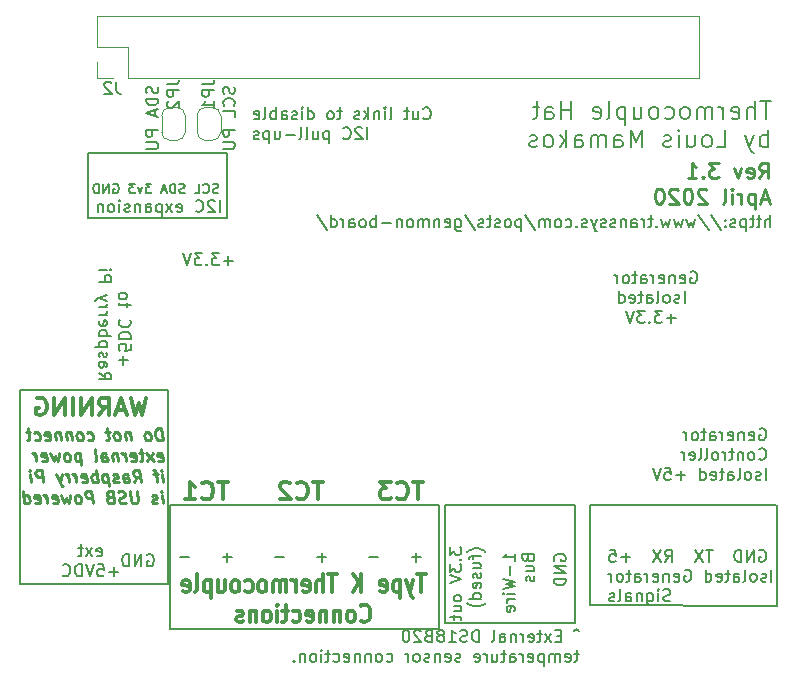
<source format=gbo>
G04 #@! TF.GenerationSoftware,KiCad,Pcbnew,(5.1.5-0-10_14)*
G04 #@! TF.CreationDate,2020-04-19T22:53:18-04:00*
G04 #@! TF.ProjectId,RPi-pHat-Thermocouple,5250692d-7048-4617-942d-546865726d6f,rev?*
G04 #@! TF.SameCoordinates,Original*
G04 #@! TF.FileFunction,Legend,Bot*
G04 #@! TF.FilePolarity,Positive*
%FSLAX46Y46*%
G04 Gerber Fmt 4.6, Leading zero omitted, Abs format (unit mm)*
G04 Created by KiCad (PCBNEW (5.1.5-0-10_14)) date 2020-04-19 22:53:18*
%MOMM*%
%LPD*%
G04 APERTURE LIST*
%ADD10C,0.152400*%
%ADD11C,0.300000*%
%ADD12C,0.250000*%
%ADD13C,0.150000*%
%ADD14C,0.254000*%
%ADD15C,0.120000*%
G04 APERTURE END LIST*
D10*
X29926761Y-41959619D02*
X29926761Y-40943619D01*
X29491333Y-41040380D02*
X29442952Y-40992000D01*
X29346190Y-40943619D01*
X29104285Y-40943619D01*
X29007523Y-40992000D01*
X28959142Y-41040380D01*
X28910761Y-41137142D01*
X28910761Y-41233904D01*
X28959142Y-41379047D01*
X29539714Y-41959619D01*
X28910761Y-41959619D01*
X27894761Y-41862857D02*
X27943142Y-41911238D01*
X28088285Y-41959619D01*
X28185047Y-41959619D01*
X28330190Y-41911238D01*
X28426952Y-41814476D01*
X28475333Y-41717714D01*
X28523714Y-41524190D01*
X28523714Y-41379047D01*
X28475333Y-41185523D01*
X28426952Y-41088761D01*
X28330190Y-40992000D01*
X28185047Y-40943619D01*
X28088285Y-40943619D01*
X27943142Y-40992000D01*
X27894761Y-41040380D01*
X26298190Y-41911238D02*
X26394952Y-41959619D01*
X26588476Y-41959619D01*
X26685238Y-41911238D01*
X26733619Y-41814476D01*
X26733619Y-41427428D01*
X26685238Y-41330666D01*
X26588476Y-41282285D01*
X26394952Y-41282285D01*
X26298190Y-41330666D01*
X26249809Y-41427428D01*
X26249809Y-41524190D01*
X26733619Y-41620952D01*
X25911142Y-41959619D02*
X25378952Y-41282285D01*
X25911142Y-41282285D02*
X25378952Y-41959619D01*
X24991904Y-41282285D02*
X24991904Y-42298285D01*
X24991904Y-41330666D02*
X24895142Y-41282285D01*
X24701619Y-41282285D01*
X24604857Y-41330666D01*
X24556476Y-41379047D01*
X24508095Y-41475809D01*
X24508095Y-41766095D01*
X24556476Y-41862857D01*
X24604857Y-41911238D01*
X24701619Y-41959619D01*
X24895142Y-41959619D01*
X24991904Y-41911238D01*
X23637238Y-41959619D02*
X23637238Y-41427428D01*
X23685619Y-41330666D01*
X23782380Y-41282285D01*
X23975904Y-41282285D01*
X24072666Y-41330666D01*
X23637238Y-41911238D02*
X23734000Y-41959619D01*
X23975904Y-41959619D01*
X24072666Y-41911238D01*
X24121047Y-41814476D01*
X24121047Y-41717714D01*
X24072666Y-41620952D01*
X23975904Y-41572571D01*
X23734000Y-41572571D01*
X23637238Y-41524190D01*
X23153428Y-41282285D02*
X23153428Y-41959619D01*
X23153428Y-41379047D02*
X23105047Y-41330666D01*
X23008285Y-41282285D01*
X22863142Y-41282285D01*
X22766380Y-41330666D01*
X22718000Y-41427428D01*
X22718000Y-41959619D01*
X22282571Y-41911238D02*
X22185809Y-41959619D01*
X21992285Y-41959619D01*
X21895523Y-41911238D01*
X21847142Y-41814476D01*
X21847142Y-41766095D01*
X21895523Y-41669333D01*
X21992285Y-41620952D01*
X22137428Y-41620952D01*
X22234190Y-41572571D01*
X22282571Y-41475809D01*
X22282571Y-41427428D01*
X22234190Y-41330666D01*
X22137428Y-41282285D01*
X21992285Y-41282285D01*
X21895523Y-41330666D01*
X21411714Y-41959619D02*
X21411714Y-41282285D01*
X21411714Y-40943619D02*
X21460095Y-40992000D01*
X21411714Y-41040380D01*
X21363333Y-40992000D01*
X21411714Y-40943619D01*
X21411714Y-41040380D01*
X20782761Y-41959619D02*
X20879523Y-41911238D01*
X20927904Y-41862857D01*
X20976285Y-41766095D01*
X20976285Y-41475809D01*
X20927904Y-41379047D01*
X20879523Y-41330666D01*
X20782761Y-41282285D01*
X20637619Y-41282285D01*
X20540857Y-41330666D01*
X20492476Y-41379047D01*
X20444095Y-41475809D01*
X20444095Y-41766095D01*
X20492476Y-41862857D01*
X20540857Y-41911238D01*
X20637619Y-41959619D01*
X20782761Y-41959619D01*
X20008666Y-41282285D02*
X20008666Y-41959619D01*
X20008666Y-41379047D02*
X19960285Y-41330666D01*
X19863523Y-41282285D01*
X19718380Y-41282285D01*
X19621619Y-41330666D01*
X19573238Y-41427428D01*
X19573238Y-41959619D01*
X30500000Y-42500000D02*
X30500000Y-37000000D01*
X18750000Y-42500000D02*
X30500000Y-42500000D01*
X18750000Y-37000000D02*
X18750000Y-42500000D01*
X30500000Y-37000000D02*
X18750000Y-37000000D01*
X48500000Y-77250000D02*
X48500000Y-66750000D01*
X25750000Y-77250000D02*
X48500000Y-77250000D01*
X25750000Y-66750000D02*
X25750000Y-77250000D01*
X48500000Y-66750000D02*
X25750000Y-66750000D01*
X19508000Y-71073038D02*
X19604761Y-71121419D01*
X19798285Y-71121419D01*
X19895047Y-71073038D01*
X19943428Y-70976276D01*
X19943428Y-70589228D01*
X19895047Y-70492466D01*
X19798285Y-70444085D01*
X19604761Y-70444085D01*
X19508000Y-70492466D01*
X19459619Y-70589228D01*
X19459619Y-70685990D01*
X19943428Y-70782752D01*
X19120952Y-71121419D02*
X18588761Y-70444085D01*
X19120952Y-70444085D02*
X18588761Y-71121419D01*
X18346857Y-70444085D02*
X17959809Y-70444085D01*
X18201714Y-70105419D02*
X18201714Y-70976276D01*
X18153333Y-71073038D01*
X18056571Y-71121419D01*
X17959809Y-71121419D01*
X21322285Y-72410771D02*
X20548190Y-72410771D01*
X20935238Y-72797819D02*
X20935238Y-72023723D01*
X19580571Y-71781819D02*
X20064380Y-71781819D01*
X20112761Y-72265628D01*
X20064380Y-72217247D01*
X19967619Y-72168866D01*
X19725714Y-72168866D01*
X19628952Y-72217247D01*
X19580571Y-72265628D01*
X19532190Y-72362390D01*
X19532190Y-72604295D01*
X19580571Y-72701057D01*
X19628952Y-72749438D01*
X19725714Y-72797819D01*
X19967619Y-72797819D01*
X20064380Y-72749438D01*
X20112761Y-72701057D01*
X19241904Y-71781819D02*
X18903238Y-72797819D01*
X18564571Y-71781819D01*
X18225904Y-72797819D02*
X18225904Y-71781819D01*
X17984000Y-71781819D01*
X17838857Y-71830200D01*
X17742095Y-71926961D01*
X17693714Y-72023723D01*
X17645333Y-72217247D01*
X17645333Y-72362390D01*
X17693714Y-72555914D01*
X17742095Y-72652676D01*
X17838857Y-72749438D01*
X17984000Y-72797819D01*
X18225904Y-72797819D01*
X16629333Y-72701057D02*
X16677714Y-72749438D01*
X16822857Y-72797819D01*
X16919619Y-72797819D01*
X17064761Y-72749438D01*
X17161523Y-72652676D01*
X17209904Y-72555914D01*
X17258285Y-72362390D01*
X17258285Y-72217247D01*
X17209904Y-72023723D01*
X17161523Y-71926961D01*
X17064761Y-71830200D01*
X16919619Y-71781819D01*
X16822857Y-71781819D01*
X16677714Y-71830200D01*
X16629333Y-71878580D01*
X23774095Y-70992000D02*
X23870857Y-70943619D01*
X24016000Y-70943619D01*
X24161142Y-70992000D01*
X24257904Y-71088761D01*
X24306285Y-71185523D01*
X24354666Y-71379047D01*
X24354666Y-71524190D01*
X24306285Y-71717714D01*
X24257904Y-71814476D01*
X24161142Y-71911238D01*
X24016000Y-71959619D01*
X23919238Y-71959619D01*
X23774095Y-71911238D01*
X23725714Y-71862857D01*
X23725714Y-71524190D01*
X23919238Y-71524190D01*
X23290285Y-71959619D02*
X23290285Y-70943619D01*
X22709714Y-71959619D01*
X22709714Y-70943619D01*
X22225904Y-71959619D02*
X22225904Y-70943619D01*
X21984000Y-70943619D01*
X21838857Y-70992000D01*
X21742095Y-71088761D01*
X21693714Y-71185523D01*
X21645333Y-71379047D01*
X21645333Y-71524190D01*
X21693714Y-71717714D01*
X21742095Y-71814476D01*
X21838857Y-71911238D01*
X21984000Y-71959619D01*
X22225904Y-71959619D01*
D11*
X23714285Y-57678571D02*
X23357142Y-59178571D01*
X23071428Y-58107142D01*
X22785714Y-59178571D01*
X22428571Y-57678571D01*
X21928571Y-58750000D02*
X21214285Y-58750000D01*
X22071428Y-59178571D02*
X21571428Y-57678571D01*
X21071428Y-59178571D01*
X19714285Y-59178571D02*
X20214285Y-58464285D01*
X20571428Y-59178571D02*
X20571428Y-57678571D01*
X20000000Y-57678571D01*
X19857142Y-57750000D01*
X19785714Y-57821428D01*
X19714285Y-57964285D01*
X19714285Y-58178571D01*
X19785714Y-58321428D01*
X19857142Y-58392857D01*
X20000000Y-58464285D01*
X20571428Y-58464285D01*
X19071428Y-59178571D02*
X19071428Y-57678571D01*
X18214285Y-59178571D01*
X18214285Y-57678571D01*
X17500000Y-59178571D02*
X17500000Y-57678571D01*
X16785714Y-59178571D02*
X16785714Y-57678571D01*
X15928571Y-59178571D01*
X15928571Y-57678571D01*
X14428571Y-57750000D02*
X14571428Y-57678571D01*
X14785714Y-57678571D01*
X15000000Y-57750000D01*
X15142857Y-57892857D01*
X15214285Y-58035714D01*
X15285714Y-58321428D01*
X15285714Y-58535714D01*
X15214285Y-58821428D01*
X15142857Y-58964285D01*
X15000000Y-59107142D01*
X14785714Y-59178571D01*
X14642857Y-59178571D01*
X14428571Y-59107142D01*
X14357142Y-59035714D01*
X14357142Y-58535714D01*
X14642857Y-58535714D01*
D10*
X25500000Y-57000000D02*
X25000000Y-57000000D01*
X25500000Y-73500000D02*
X25500000Y-57000000D01*
X13000000Y-73500000D02*
X25500000Y-73500000D01*
X13000000Y-57000000D02*
X13000000Y-73500000D01*
X25000000Y-57000000D02*
X13000000Y-57000000D01*
D12*
X25089547Y-61298619D02*
X24962547Y-60282619D01*
X24720642Y-60282619D01*
X24581547Y-60331000D01*
X24496880Y-60427761D01*
X24460595Y-60524523D01*
X24436404Y-60718047D01*
X24454547Y-60863190D01*
X24527119Y-61056714D01*
X24587595Y-61153476D01*
X24696452Y-61250238D01*
X24847642Y-61298619D01*
X25089547Y-61298619D01*
X23928404Y-61298619D02*
X24019119Y-61250238D01*
X24061452Y-61201857D01*
X24097738Y-61105095D01*
X24061452Y-60814809D01*
X24000976Y-60718047D01*
X23946547Y-60669666D01*
X23843738Y-60621285D01*
X23698595Y-60621285D01*
X23607880Y-60669666D01*
X23565547Y-60718047D01*
X23529261Y-60814809D01*
X23565547Y-61105095D01*
X23626023Y-61201857D01*
X23680452Y-61250238D01*
X23783261Y-61298619D01*
X23928404Y-61298619D01*
X22295547Y-60621285D02*
X22380214Y-61298619D01*
X22307642Y-60718047D02*
X22253214Y-60669666D01*
X22150404Y-60621285D01*
X22005261Y-60621285D01*
X21914547Y-60669666D01*
X21878261Y-60766428D01*
X21944785Y-61298619D01*
X21315833Y-61298619D02*
X21406547Y-61250238D01*
X21448880Y-61201857D01*
X21485166Y-61105095D01*
X21448880Y-60814809D01*
X21388404Y-60718047D01*
X21333976Y-60669666D01*
X21231166Y-60621285D01*
X21086023Y-60621285D01*
X20995309Y-60669666D01*
X20952976Y-60718047D01*
X20916690Y-60814809D01*
X20952976Y-61105095D01*
X21013452Y-61201857D01*
X21067880Y-61250238D01*
X21170690Y-61298619D01*
X21315833Y-61298619D01*
X20602214Y-60621285D02*
X20215166Y-60621285D01*
X20414738Y-60282619D02*
X20523595Y-61153476D01*
X20487309Y-61250238D01*
X20396595Y-61298619D01*
X20299833Y-61298619D01*
X18745595Y-61250238D02*
X18848404Y-61298619D01*
X19041928Y-61298619D01*
X19132642Y-61250238D01*
X19174976Y-61201857D01*
X19211261Y-61105095D01*
X19174976Y-60814809D01*
X19114500Y-60718047D01*
X19060071Y-60669666D01*
X18957261Y-60621285D01*
X18763738Y-60621285D01*
X18673023Y-60669666D01*
X18171071Y-61298619D02*
X18261785Y-61250238D01*
X18304119Y-61201857D01*
X18340404Y-61105095D01*
X18304119Y-60814809D01*
X18243642Y-60718047D01*
X18189214Y-60669666D01*
X18086404Y-60621285D01*
X17941261Y-60621285D01*
X17850547Y-60669666D01*
X17808214Y-60718047D01*
X17771928Y-60814809D01*
X17808214Y-61105095D01*
X17868690Y-61201857D01*
X17923119Y-61250238D01*
X18025928Y-61298619D01*
X18171071Y-61298619D01*
X17312309Y-60621285D02*
X17396976Y-61298619D01*
X17324404Y-60718047D02*
X17269976Y-60669666D01*
X17167166Y-60621285D01*
X17022023Y-60621285D01*
X16931309Y-60669666D01*
X16895023Y-60766428D01*
X16961547Y-61298619D01*
X16393071Y-60621285D02*
X16477738Y-61298619D01*
X16405166Y-60718047D02*
X16350738Y-60669666D01*
X16247928Y-60621285D01*
X16102785Y-60621285D01*
X16012071Y-60669666D01*
X15975785Y-60766428D01*
X16042309Y-61298619D01*
X15165404Y-61250238D02*
X15268214Y-61298619D01*
X15461738Y-61298619D01*
X15552452Y-61250238D01*
X15588738Y-61153476D01*
X15540357Y-60766428D01*
X15479880Y-60669666D01*
X15377071Y-60621285D01*
X15183547Y-60621285D01*
X15092833Y-60669666D01*
X15056547Y-60766428D01*
X15068642Y-60863190D01*
X15564547Y-60959952D01*
X14246166Y-61250238D02*
X14348976Y-61298619D01*
X14542500Y-61298619D01*
X14633214Y-61250238D01*
X14675547Y-61201857D01*
X14711833Y-61105095D01*
X14675547Y-60814809D01*
X14615071Y-60718047D01*
X14560642Y-60669666D01*
X14457833Y-60621285D01*
X14264309Y-60621285D01*
X14173595Y-60669666D01*
X13877261Y-60621285D02*
X13490214Y-60621285D01*
X13689785Y-60282619D02*
X13798642Y-61153476D01*
X13762357Y-61250238D01*
X13671642Y-61298619D01*
X13574880Y-61298619D01*
X24696452Y-63024238D02*
X24799261Y-63072619D01*
X24992785Y-63072619D01*
X25083500Y-63024238D01*
X25119785Y-62927476D01*
X25071404Y-62540428D01*
X25010928Y-62443666D01*
X24908119Y-62395285D01*
X24714595Y-62395285D01*
X24623880Y-62443666D01*
X24587595Y-62540428D01*
X24599690Y-62637190D01*
X25095595Y-62733952D01*
X24315452Y-63072619D02*
X23698595Y-62395285D01*
X24230785Y-62395285D02*
X23783261Y-63072619D01*
X23456690Y-62395285D02*
X23069642Y-62395285D01*
X23269214Y-62056619D02*
X23378071Y-62927476D01*
X23341785Y-63024238D01*
X23251071Y-63072619D01*
X23154309Y-63072619D01*
X22422547Y-63024238D02*
X22525357Y-63072619D01*
X22718880Y-63072619D01*
X22809595Y-63024238D01*
X22845880Y-62927476D01*
X22797500Y-62540428D01*
X22737023Y-62443666D01*
X22634214Y-62395285D01*
X22440690Y-62395285D01*
X22349976Y-62443666D01*
X22313690Y-62540428D01*
X22325785Y-62637190D01*
X22821690Y-62733952D01*
X21944785Y-63072619D02*
X21860119Y-62395285D01*
X21884309Y-62588809D02*
X21823833Y-62492047D01*
X21769404Y-62443666D01*
X21666595Y-62395285D01*
X21569833Y-62395285D01*
X21231166Y-62395285D02*
X21315833Y-63072619D01*
X21243261Y-62492047D02*
X21188833Y-62443666D01*
X21086023Y-62395285D01*
X20940880Y-62395285D01*
X20850166Y-62443666D01*
X20813880Y-62540428D01*
X20880404Y-63072619D01*
X19961166Y-63072619D02*
X19894642Y-62540428D01*
X19930928Y-62443666D01*
X20021642Y-62395285D01*
X20215166Y-62395285D01*
X20317976Y-62443666D01*
X19955119Y-63024238D02*
X20057928Y-63072619D01*
X20299833Y-63072619D01*
X20390547Y-63024238D01*
X20426833Y-62927476D01*
X20414738Y-62830714D01*
X20354261Y-62733952D01*
X20251452Y-62685571D01*
X20009547Y-62685571D01*
X19906738Y-62637190D01*
X19332214Y-63072619D02*
X19422928Y-63024238D01*
X19459214Y-62927476D01*
X19350357Y-62056619D01*
X18086404Y-62395285D02*
X18213404Y-63411285D01*
X18092452Y-62443666D02*
X17989642Y-62395285D01*
X17796119Y-62395285D01*
X17705404Y-62443666D01*
X17663071Y-62492047D01*
X17626785Y-62588809D01*
X17663071Y-62879095D01*
X17723547Y-62975857D01*
X17777976Y-63024238D01*
X17880785Y-63072619D01*
X18074309Y-63072619D01*
X18165023Y-63024238D01*
X17106690Y-63072619D02*
X17197404Y-63024238D01*
X17239738Y-62975857D01*
X17276023Y-62879095D01*
X17239738Y-62588809D01*
X17179261Y-62492047D01*
X17124833Y-62443666D01*
X17022023Y-62395285D01*
X16876880Y-62395285D01*
X16786166Y-62443666D01*
X16743833Y-62492047D01*
X16707547Y-62588809D01*
X16743833Y-62879095D01*
X16804309Y-62975857D01*
X16858738Y-63024238D01*
X16961547Y-63072619D01*
X17106690Y-63072619D01*
X16344690Y-62395285D02*
X16235833Y-63072619D01*
X15981833Y-62588809D01*
X15848785Y-63072619D01*
X15570595Y-62395285D01*
X14875119Y-63024238D02*
X14977928Y-63072619D01*
X15171452Y-63072619D01*
X15262166Y-63024238D01*
X15298452Y-62927476D01*
X15250071Y-62540428D01*
X15189595Y-62443666D01*
X15086785Y-62395285D01*
X14893261Y-62395285D01*
X14802547Y-62443666D01*
X14766261Y-62540428D01*
X14778357Y-62637190D01*
X15274261Y-62733952D01*
X14397357Y-63072619D02*
X14312690Y-62395285D01*
X14336880Y-62588809D02*
X14276404Y-62492047D01*
X14221976Y-62443666D01*
X14119166Y-62395285D01*
X14022404Y-62395285D01*
X25089547Y-64846619D02*
X25004880Y-64169285D01*
X24962547Y-63830619D02*
X25016976Y-63879000D01*
X24974642Y-63927380D01*
X24920214Y-63879000D01*
X24962547Y-63830619D01*
X24974642Y-63927380D01*
X24666214Y-64169285D02*
X24279166Y-64169285D01*
X24605738Y-64846619D02*
X24496880Y-63975761D01*
X24436404Y-63879000D01*
X24333595Y-63830619D01*
X24236833Y-63830619D01*
X22670500Y-64846619D02*
X22948690Y-64362809D01*
X23251071Y-64846619D02*
X23124071Y-63830619D01*
X22737023Y-63830619D01*
X22646309Y-63879000D01*
X22603976Y-63927380D01*
X22567690Y-64024142D01*
X22585833Y-64169285D01*
X22646309Y-64266047D01*
X22700738Y-64314428D01*
X22803547Y-64362809D01*
X23190595Y-64362809D01*
X21799642Y-64846619D02*
X21733119Y-64314428D01*
X21769404Y-64217666D01*
X21860119Y-64169285D01*
X22053642Y-64169285D01*
X22156452Y-64217666D01*
X21793595Y-64798238D02*
X21896404Y-64846619D01*
X22138309Y-64846619D01*
X22229023Y-64798238D01*
X22265309Y-64701476D01*
X22253214Y-64604714D01*
X22192738Y-64507952D01*
X22089928Y-64459571D01*
X21848023Y-64459571D01*
X21745214Y-64411190D01*
X21358166Y-64798238D02*
X21267452Y-64846619D01*
X21073928Y-64846619D01*
X20971119Y-64798238D01*
X20910642Y-64701476D01*
X20904595Y-64653095D01*
X20940880Y-64556333D01*
X21031595Y-64507952D01*
X21176738Y-64507952D01*
X21267452Y-64459571D01*
X21303738Y-64362809D01*
X21297690Y-64314428D01*
X21237214Y-64217666D01*
X21134404Y-64169285D01*
X20989261Y-64169285D01*
X20898547Y-64217666D01*
X20408690Y-64169285D02*
X20535690Y-65185285D01*
X20414738Y-64217666D02*
X20311928Y-64169285D01*
X20118404Y-64169285D01*
X20027690Y-64217666D01*
X19985357Y-64266047D01*
X19949071Y-64362809D01*
X19985357Y-64653095D01*
X20045833Y-64749857D01*
X20100261Y-64798238D01*
X20203071Y-64846619D01*
X20396595Y-64846619D01*
X20487309Y-64798238D01*
X19574119Y-64846619D02*
X19447119Y-63830619D01*
X19495500Y-64217666D02*
X19392690Y-64169285D01*
X19199166Y-64169285D01*
X19108452Y-64217666D01*
X19066119Y-64266047D01*
X19029833Y-64362809D01*
X19066119Y-64653095D01*
X19126595Y-64749857D01*
X19181023Y-64798238D01*
X19283833Y-64846619D01*
X19477357Y-64846619D01*
X19568071Y-64798238D01*
X18261785Y-64798238D02*
X18364595Y-64846619D01*
X18558119Y-64846619D01*
X18648833Y-64798238D01*
X18685119Y-64701476D01*
X18636738Y-64314428D01*
X18576261Y-64217666D01*
X18473452Y-64169285D01*
X18279928Y-64169285D01*
X18189214Y-64217666D01*
X18152928Y-64314428D01*
X18165023Y-64411190D01*
X18660928Y-64507952D01*
X17784023Y-64846619D02*
X17699357Y-64169285D01*
X17723547Y-64362809D02*
X17663071Y-64266047D01*
X17608642Y-64217666D01*
X17505833Y-64169285D01*
X17409071Y-64169285D01*
X17155071Y-64846619D02*
X17070404Y-64169285D01*
X17094595Y-64362809D02*
X17034119Y-64266047D01*
X16979690Y-64217666D01*
X16876880Y-64169285D01*
X16780119Y-64169285D01*
X16538214Y-64169285D02*
X16380976Y-64846619D01*
X16054404Y-64169285D02*
X16380976Y-64846619D01*
X16507976Y-65088523D01*
X16562404Y-65136904D01*
X16665214Y-65185285D01*
X14977928Y-64846619D02*
X14850928Y-63830619D01*
X14463880Y-63830619D01*
X14373166Y-63879000D01*
X14330833Y-63927380D01*
X14294547Y-64024142D01*
X14312690Y-64169285D01*
X14373166Y-64266047D01*
X14427595Y-64314428D01*
X14530404Y-64362809D01*
X14917452Y-64362809D01*
X13961928Y-64846619D02*
X13877261Y-64169285D01*
X13834928Y-63830619D02*
X13889357Y-63879000D01*
X13847023Y-63927380D01*
X13792595Y-63879000D01*
X13834928Y-63830619D01*
X13847023Y-63927380D01*
X25089547Y-66620619D02*
X25004880Y-65943285D01*
X24962547Y-65604619D02*
X25016976Y-65653000D01*
X24974642Y-65701380D01*
X24920214Y-65653000D01*
X24962547Y-65604619D01*
X24974642Y-65701380D01*
X24648071Y-66572238D02*
X24557357Y-66620619D01*
X24363833Y-66620619D01*
X24261023Y-66572238D01*
X24200547Y-66475476D01*
X24194500Y-66427095D01*
X24230785Y-66330333D01*
X24321500Y-66281952D01*
X24466642Y-66281952D01*
X24557357Y-66233571D01*
X24593642Y-66136809D01*
X24587595Y-66088428D01*
X24527119Y-65991666D01*
X24424309Y-65943285D01*
X24279166Y-65943285D01*
X24188452Y-65991666D01*
X22882166Y-65604619D02*
X22984976Y-66427095D01*
X22948690Y-66523857D01*
X22906357Y-66572238D01*
X22815642Y-66620619D01*
X22622119Y-66620619D01*
X22519309Y-66572238D01*
X22464880Y-66523857D01*
X22404404Y-66427095D01*
X22301595Y-65604619D01*
X21987119Y-66572238D02*
X21848023Y-66620619D01*
X21606119Y-66620619D01*
X21503309Y-66572238D01*
X21448880Y-66523857D01*
X21388404Y-66427095D01*
X21376309Y-66330333D01*
X21412595Y-66233571D01*
X21454928Y-66185190D01*
X21545642Y-66136809D01*
X21733119Y-66088428D01*
X21823833Y-66040047D01*
X21866166Y-65991666D01*
X21902452Y-65894904D01*
X21890357Y-65798142D01*
X21829880Y-65701380D01*
X21775452Y-65653000D01*
X21672642Y-65604619D01*
X21430738Y-65604619D01*
X21291642Y-65653000D01*
X20571976Y-66088428D02*
X20432880Y-66136809D01*
X20390547Y-66185190D01*
X20354261Y-66281952D01*
X20372404Y-66427095D01*
X20432880Y-66523857D01*
X20487309Y-66572238D01*
X20590119Y-66620619D01*
X20977166Y-66620619D01*
X20850166Y-65604619D01*
X20511500Y-65604619D01*
X20420785Y-65653000D01*
X20378452Y-65701380D01*
X20342166Y-65798142D01*
X20354261Y-65894904D01*
X20414738Y-65991666D01*
X20469166Y-66040047D01*
X20571976Y-66088428D01*
X20910642Y-66088428D01*
X19187071Y-66620619D02*
X19060071Y-65604619D01*
X18673023Y-65604619D01*
X18582309Y-65653000D01*
X18539976Y-65701380D01*
X18503690Y-65798142D01*
X18521833Y-65943285D01*
X18582309Y-66040047D01*
X18636738Y-66088428D01*
X18739547Y-66136809D01*
X19126595Y-66136809D01*
X18025928Y-66620619D02*
X18116642Y-66572238D01*
X18158976Y-66523857D01*
X18195261Y-66427095D01*
X18158976Y-66136809D01*
X18098500Y-66040047D01*
X18044071Y-65991666D01*
X17941261Y-65943285D01*
X17796119Y-65943285D01*
X17705404Y-65991666D01*
X17663071Y-66040047D01*
X17626785Y-66136809D01*
X17663071Y-66427095D01*
X17723547Y-66523857D01*
X17777976Y-66572238D01*
X17880785Y-66620619D01*
X18025928Y-66620619D01*
X17263928Y-65943285D02*
X17155071Y-66620619D01*
X16901071Y-66136809D01*
X16768023Y-66620619D01*
X16489833Y-65943285D01*
X15794357Y-66572238D02*
X15897166Y-66620619D01*
X16090690Y-66620619D01*
X16181404Y-66572238D01*
X16217690Y-66475476D01*
X16169309Y-66088428D01*
X16108833Y-65991666D01*
X16006023Y-65943285D01*
X15812500Y-65943285D01*
X15721785Y-65991666D01*
X15685500Y-66088428D01*
X15697595Y-66185190D01*
X16193500Y-66281952D01*
X15316595Y-66620619D02*
X15231928Y-65943285D01*
X15256119Y-66136809D02*
X15195642Y-66040047D01*
X15141214Y-65991666D01*
X15038404Y-65943285D01*
X14941642Y-65943285D01*
X14294547Y-66572238D02*
X14397357Y-66620619D01*
X14590880Y-66620619D01*
X14681595Y-66572238D01*
X14717880Y-66475476D01*
X14669500Y-66088428D01*
X14609023Y-65991666D01*
X14506214Y-65943285D01*
X14312690Y-65943285D01*
X14221976Y-65991666D01*
X14185690Y-66088428D01*
X14197785Y-66185190D01*
X14693690Y-66281952D01*
X13381357Y-66620619D02*
X13254357Y-65604619D01*
X13375309Y-66572238D02*
X13478119Y-66620619D01*
X13671642Y-66620619D01*
X13762357Y-66572238D01*
X13804690Y-66523857D01*
X13840976Y-66427095D01*
X13804690Y-66136809D01*
X13744214Y-66040047D01*
X13689785Y-65991666D01*
X13586976Y-65943285D01*
X13393452Y-65943285D01*
X13302738Y-65991666D01*
D10*
X60000000Y-66750000D02*
X60000000Y-67250000D01*
X49000000Y-66750000D02*
X60000000Y-66750000D01*
X49000000Y-67500000D02*
X49000000Y-66750000D01*
X60000000Y-76750000D02*
X60000000Y-67250000D01*
X49000000Y-76750000D02*
X49000000Y-67500000D01*
X50000000Y-76750000D02*
X49000000Y-76750000D01*
X60000000Y-76750000D02*
X50000000Y-76750000D01*
D13*
X29776190Y-40323809D02*
X29661904Y-40361904D01*
X29471428Y-40361904D01*
X29395238Y-40323809D01*
X29357142Y-40285714D01*
X29319047Y-40209523D01*
X29319047Y-40133333D01*
X29357142Y-40057142D01*
X29395238Y-40019047D01*
X29471428Y-39980952D01*
X29623809Y-39942857D01*
X29700000Y-39904761D01*
X29738095Y-39866666D01*
X29776190Y-39790476D01*
X29776190Y-39714285D01*
X29738095Y-39638095D01*
X29700000Y-39600000D01*
X29623809Y-39561904D01*
X29433333Y-39561904D01*
X29319047Y-39600000D01*
X28519047Y-40285714D02*
X28557142Y-40323809D01*
X28671428Y-40361904D01*
X28747619Y-40361904D01*
X28861904Y-40323809D01*
X28938095Y-40247619D01*
X28976190Y-40171428D01*
X29014285Y-40019047D01*
X29014285Y-39904761D01*
X28976190Y-39752380D01*
X28938095Y-39676190D01*
X28861904Y-39600000D01*
X28747619Y-39561904D01*
X28671428Y-39561904D01*
X28557142Y-39600000D01*
X28519047Y-39638095D01*
X27795238Y-40361904D02*
X28176190Y-40361904D01*
X28176190Y-39561904D01*
X26957142Y-40323809D02*
X26842857Y-40361904D01*
X26652380Y-40361904D01*
X26576190Y-40323809D01*
X26538095Y-40285714D01*
X26500000Y-40209523D01*
X26500000Y-40133333D01*
X26538095Y-40057142D01*
X26576190Y-40019047D01*
X26652380Y-39980952D01*
X26804761Y-39942857D01*
X26880952Y-39904761D01*
X26919047Y-39866666D01*
X26957142Y-39790476D01*
X26957142Y-39714285D01*
X26919047Y-39638095D01*
X26880952Y-39600000D01*
X26804761Y-39561904D01*
X26614285Y-39561904D01*
X26500000Y-39600000D01*
X26157142Y-40361904D02*
X26157142Y-39561904D01*
X25966666Y-39561904D01*
X25852380Y-39600000D01*
X25776190Y-39676190D01*
X25738095Y-39752380D01*
X25700000Y-39904761D01*
X25700000Y-40019047D01*
X25738095Y-40171428D01*
X25776190Y-40247619D01*
X25852380Y-40323809D01*
X25966666Y-40361904D01*
X26157142Y-40361904D01*
X25395238Y-40133333D02*
X25014285Y-40133333D01*
X25471428Y-40361904D02*
X25204761Y-39561904D01*
X24938095Y-40361904D01*
X24138095Y-39561904D02*
X23642857Y-39561904D01*
X23909523Y-39866666D01*
X23795238Y-39866666D01*
X23719047Y-39904761D01*
X23680952Y-39942857D01*
X23642857Y-40019047D01*
X23642857Y-40209523D01*
X23680952Y-40285714D01*
X23719047Y-40323809D01*
X23795238Y-40361904D01*
X24023809Y-40361904D01*
X24100000Y-40323809D01*
X24138095Y-40285714D01*
X23376190Y-39828571D02*
X23185714Y-40361904D01*
X22995238Y-39828571D01*
X22766666Y-39561904D02*
X22271428Y-39561904D01*
X22538095Y-39866666D01*
X22423809Y-39866666D01*
X22347619Y-39904761D01*
X22309523Y-39942857D01*
X22271428Y-40019047D01*
X22271428Y-40209523D01*
X22309523Y-40285714D01*
X22347619Y-40323809D01*
X22423809Y-40361904D01*
X22652380Y-40361904D01*
X22728571Y-40323809D01*
X22766666Y-40285714D01*
X20900000Y-39600000D02*
X20976190Y-39561904D01*
X21090476Y-39561904D01*
X21204761Y-39600000D01*
X21280952Y-39676190D01*
X21319047Y-39752380D01*
X21357142Y-39904761D01*
X21357142Y-40019047D01*
X21319047Y-40171428D01*
X21280952Y-40247619D01*
X21204761Y-40323809D01*
X21090476Y-40361904D01*
X21014285Y-40361904D01*
X20900000Y-40323809D01*
X20861904Y-40285714D01*
X20861904Y-40019047D01*
X21014285Y-40019047D01*
X20519047Y-40361904D02*
X20519047Y-39561904D01*
X20061904Y-40361904D01*
X20061904Y-39561904D01*
X19680952Y-40361904D02*
X19680952Y-39561904D01*
X19490476Y-39561904D01*
X19376190Y-39600000D01*
X19300000Y-39676190D01*
X19261904Y-39752380D01*
X19223809Y-39904761D01*
X19223809Y-40019047D01*
X19261904Y-40171428D01*
X19300000Y-40247619D01*
X19376190Y-40323809D01*
X19490476Y-40361904D01*
X19680952Y-40361904D01*
D10*
X47161726Y-34024657D02*
X47210107Y-34073038D01*
X47355250Y-34121419D01*
X47452012Y-34121419D01*
X47597155Y-34073038D01*
X47693917Y-33976276D01*
X47742298Y-33879514D01*
X47790679Y-33685990D01*
X47790679Y-33540847D01*
X47742298Y-33347323D01*
X47693917Y-33250561D01*
X47597155Y-33153800D01*
X47452012Y-33105419D01*
X47355250Y-33105419D01*
X47210107Y-33153800D01*
X47161726Y-33202180D01*
X46290869Y-33444085D02*
X46290869Y-34121419D01*
X46726298Y-33444085D02*
X46726298Y-33976276D01*
X46677917Y-34073038D01*
X46581155Y-34121419D01*
X46436012Y-34121419D01*
X46339250Y-34073038D01*
X46290869Y-34024657D01*
X45952202Y-33444085D02*
X45565155Y-33444085D01*
X45807060Y-33105419D02*
X45807060Y-33976276D01*
X45758679Y-34073038D01*
X45661917Y-34121419D01*
X45565155Y-34121419D01*
X44307250Y-34121419D02*
X44404012Y-34073038D01*
X44452393Y-33976276D01*
X44452393Y-33105419D01*
X43920202Y-34121419D02*
X43920202Y-33444085D01*
X43920202Y-33105419D02*
X43968583Y-33153800D01*
X43920202Y-33202180D01*
X43871821Y-33153800D01*
X43920202Y-33105419D01*
X43920202Y-33202180D01*
X43436393Y-33444085D02*
X43436393Y-34121419D01*
X43436393Y-33540847D02*
X43388012Y-33492466D01*
X43291250Y-33444085D01*
X43146107Y-33444085D01*
X43049345Y-33492466D01*
X43000964Y-33589228D01*
X43000964Y-34121419D01*
X42517155Y-34121419D02*
X42517155Y-33105419D01*
X42420393Y-33734371D02*
X42130107Y-34121419D01*
X42130107Y-33444085D02*
X42517155Y-33831133D01*
X41743060Y-34073038D02*
X41646298Y-34121419D01*
X41452774Y-34121419D01*
X41356012Y-34073038D01*
X41307631Y-33976276D01*
X41307631Y-33927895D01*
X41356012Y-33831133D01*
X41452774Y-33782752D01*
X41597917Y-33782752D01*
X41694679Y-33734371D01*
X41743060Y-33637609D01*
X41743060Y-33589228D01*
X41694679Y-33492466D01*
X41597917Y-33444085D01*
X41452774Y-33444085D01*
X41356012Y-33492466D01*
X40243250Y-33444085D02*
X39856202Y-33444085D01*
X40098107Y-33105419D02*
X40098107Y-33976276D01*
X40049726Y-34073038D01*
X39952964Y-34121419D01*
X39856202Y-34121419D01*
X39372393Y-34121419D02*
X39469155Y-34073038D01*
X39517536Y-34024657D01*
X39565917Y-33927895D01*
X39565917Y-33637609D01*
X39517536Y-33540847D01*
X39469155Y-33492466D01*
X39372393Y-33444085D01*
X39227250Y-33444085D01*
X39130488Y-33492466D01*
X39082107Y-33540847D01*
X39033726Y-33637609D01*
X39033726Y-33927895D01*
X39082107Y-34024657D01*
X39130488Y-34073038D01*
X39227250Y-34121419D01*
X39372393Y-34121419D01*
X37388774Y-34121419D02*
X37388774Y-33105419D01*
X37388774Y-34073038D02*
X37485536Y-34121419D01*
X37679060Y-34121419D01*
X37775821Y-34073038D01*
X37824202Y-34024657D01*
X37872583Y-33927895D01*
X37872583Y-33637609D01*
X37824202Y-33540847D01*
X37775821Y-33492466D01*
X37679060Y-33444085D01*
X37485536Y-33444085D01*
X37388774Y-33492466D01*
X36904964Y-34121419D02*
X36904964Y-33444085D01*
X36904964Y-33105419D02*
X36953345Y-33153800D01*
X36904964Y-33202180D01*
X36856583Y-33153800D01*
X36904964Y-33105419D01*
X36904964Y-33202180D01*
X36469536Y-34073038D02*
X36372774Y-34121419D01*
X36179250Y-34121419D01*
X36082488Y-34073038D01*
X36034107Y-33976276D01*
X36034107Y-33927895D01*
X36082488Y-33831133D01*
X36179250Y-33782752D01*
X36324393Y-33782752D01*
X36421155Y-33734371D01*
X36469536Y-33637609D01*
X36469536Y-33589228D01*
X36421155Y-33492466D01*
X36324393Y-33444085D01*
X36179250Y-33444085D01*
X36082488Y-33492466D01*
X35163250Y-34121419D02*
X35163250Y-33589228D01*
X35211631Y-33492466D01*
X35308393Y-33444085D01*
X35501917Y-33444085D01*
X35598679Y-33492466D01*
X35163250Y-34073038D02*
X35260012Y-34121419D01*
X35501917Y-34121419D01*
X35598679Y-34073038D01*
X35647060Y-33976276D01*
X35647060Y-33879514D01*
X35598679Y-33782752D01*
X35501917Y-33734371D01*
X35260012Y-33734371D01*
X35163250Y-33685990D01*
X34679440Y-34121419D02*
X34679440Y-33105419D01*
X34679440Y-33492466D02*
X34582679Y-33444085D01*
X34389155Y-33444085D01*
X34292393Y-33492466D01*
X34244012Y-33540847D01*
X34195631Y-33637609D01*
X34195631Y-33927895D01*
X34244012Y-34024657D01*
X34292393Y-34073038D01*
X34389155Y-34121419D01*
X34582679Y-34121419D01*
X34679440Y-34073038D01*
X33615060Y-34121419D02*
X33711821Y-34073038D01*
X33760202Y-33976276D01*
X33760202Y-33105419D01*
X32840964Y-34073038D02*
X32937726Y-34121419D01*
X33131250Y-34121419D01*
X33228012Y-34073038D01*
X33276393Y-33976276D01*
X33276393Y-33589228D01*
X33228012Y-33492466D01*
X33131250Y-33444085D01*
X32937726Y-33444085D01*
X32840964Y-33492466D01*
X32792583Y-33589228D01*
X32792583Y-33685990D01*
X33276393Y-33782752D01*
X42420393Y-35797819D02*
X42420393Y-34781819D01*
X41984964Y-34878580D02*
X41936583Y-34830200D01*
X41839821Y-34781819D01*
X41597917Y-34781819D01*
X41501155Y-34830200D01*
X41452774Y-34878580D01*
X41404393Y-34975342D01*
X41404393Y-35072104D01*
X41452774Y-35217247D01*
X42033345Y-35797819D01*
X41404393Y-35797819D01*
X40388393Y-35701057D02*
X40436774Y-35749438D01*
X40581917Y-35797819D01*
X40678679Y-35797819D01*
X40823821Y-35749438D01*
X40920583Y-35652676D01*
X40968964Y-35555914D01*
X41017345Y-35362390D01*
X41017345Y-35217247D01*
X40968964Y-35023723D01*
X40920583Y-34926961D01*
X40823821Y-34830200D01*
X40678679Y-34781819D01*
X40581917Y-34781819D01*
X40436774Y-34830200D01*
X40388393Y-34878580D01*
X39178869Y-35120485D02*
X39178869Y-36136485D01*
X39178869Y-35168866D02*
X39082107Y-35120485D01*
X38888583Y-35120485D01*
X38791821Y-35168866D01*
X38743440Y-35217247D01*
X38695060Y-35314009D01*
X38695060Y-35604295D01*
X38743440Y-35701057D01*
X38791821Y-35749438D01*
X38888583Y-35797819D01*
X39082107Y-35797819D01*
X39178869Y-35749438D01*
X37824202Y-35120485D02*
X37824202Y-35797819D01*
X38259631Y-35120485D02*
X38259631Y-35652676D01*
X38211250Y-35749438D01*
X38114488Y-35797819D01*
X37969345Y-35797819D01*
X37872583Y-35749438D01*
X37824202Y-35701057D01*
X37195250Y-35797819D02*
X37292012Y-35749438D01*
X37340393Y-35652676D01*
X37340393Y-34781819D01*
X36663060Y-35797819D02*
X36759821Y-35749438D01*
X36808202Y-35652676D01*
X36808202Y-34781819D01*
X36276012Y-35410771D02*
X35501917Y-35410771D01*
X34582679Y-35120485D02*
X34582679Y-35797819D01*
X35018107Y-35120485D02*
X35018107Y-35652676D01*
X34969726Y-35749438D01*
X34872964Y-35797819D01*
X34727821Y-35797819D01*
X34631060Y-35749438D01*
X34582679Y-35701057D01*
X34098869Y-35120485D02*
X34098869Y-36136485D01*
X34098869Y-35168866D02*
X34002107Y-35120485D01*
X33808583Y-35120485D01*
X33711821Y-35168866D01*
X33663440Y-35217247D01*
X33615060Y-35314009D01*
X33615060Y-35604295D01*
X33663440Y-35701057D01*
X33711821Y-35749438D01*
X33808583Y-35797819D01*
X34002107Y-35797819D01*
X34098869Y-35749438D01*
X33228012Y-35749438D02*
X33131250Y-35797819D01*
X32937726Y-35797819D01*
X32840964Y-35749438D01*
X32792583Y-35652676D01*
X32792583Y-35604295D01*
X32840964Y-35507533D01*
X32937726Y-35459152D01*
X33082869Y-35459152D01*
X33179631Y-35410771D01*
X33228012Y-35314009D01*
X33228012Y-35265628D01*
X33179631Y-35168866D01*
X33082869Y-35120485D01*
X32937726Y-35120485D01*
X32840964Y-35168866D01*
X24661238Y-31339047D02*
X24709619Y-31484190D01*
X24709619Y-31726095D01*
X24661238Y-31822857D01*
X24612857Y-31871238D01*
X24516095Y-31919619D01*
X24419333Y-31919619D01*
X24322571Y-31871238D01*
X24274190Y-31822857D01*
X24225809Y-31726095D01*
X24177428Y-31532571D01*
X24129047Y-31435809D01*
X24080666Y-31387428D01*
X23983904Y-31339047D01*
X23887142Y-31339047D01*
X23790380Y-31387428D01*
X23742000Y-31435809D01*
X23693619Y-31532571D01*
X23693619Y-31774476D01*
X23742000Y-31919619D01*
X24709619Y-32355047D02*
X23693619Y-32355047D01*
X23693619Y-32596952D01*
X23742000Y-32742095D01*
X23838761Y-32838857D01*
X23935523Y-32887238D01*
X24129047Y-32935619D01*
X24274190Y-32935619D01*
X24467714Y-32887238D01*
X24564476Y-32838857D01*
X24661238Y-32742095D01*
X24709619Y-32596952D01*
X24709619Y-32355047D01*
X24419333Y-33322666D02*
X24419333Y-33806476D01*
X24709619Y-33225904D02*
X23693619Y-33564571D01*
X24709619Y-33903238D01*
X24709619Y-35016000D02*
X23693619Y-35016000D01*
X23693619Y-35403047D01*
X23742000Y-35499809D01*
X23790380Y-35548190D01*
X23887142Y-35596571D01*
X24032285Y-35596571D01*
X24129047Y-35548190D01*
X24177428Y-35499809D01*
X24225809Y-35403047D01*
X24225809Y-35016000D01*
X23693619Y-36032000D02*
X24516095Y-36032000D01*
X24612857Y-36080380D01*
X24661238Y-36128761D01*
X24709619Y-36225523D01*
X24709619Y-36419047D01*
X24661238Y-36515809D01*
X24612857Y-36564190D01*
X24516095Y-36612571D01*
X23693619Y-36612571D01*
X31161238Y-31363238D02*
X31209619Y-31508380D01*
X31209619Y-31750285D01*
X31161238Y-31847047D01*
X31112857Y-31895428D01*
X31016095Y-31943809D01*
X30919333Y-31943809D01*
X30822571Y-31895428D01*
X30774190Y-31847047D01*
X30725809Y-31750285D01*
X30677428Y-31556761D01*
X30629047Y-31460000D01*
X30580666Y-31411619D01*
X30483904Y-31363238D01*
X30387142Y-31363238D01*
X30290380Y-31411619D01*
X30242000Y-31460000D01*
X30193619Y-31556761D01*
X30193619Y-31798666D01*
X30242000Y-31943809D01*
X31112857Y-32959809D02*
X31161238Y-32911428D01*
X31209619Y-32766285D01*
X31209619Y-32669523D01*
X31161238Y-32524380D01*
X31064476Y-32427619D01*
X30967714Y-32379238D01*
X30774190Y-32330857D01*
X30629047Y-32330857D01*
X30435523Y-32379238D01*
X30338761Y-32427619D01*
X30242000Y-32524380D01*
X30193619Y-32669523D01*
X30193619Y-32766285D01*
X30242000Y-32911428D01*
X30290380Y-32959809D01*
X31209619Y-33879047D02*
X31209619Y-33395238D01*
X30193619Y-33395238D01*
X31209619Y-34991809D02*
X30193619Y-34991809D01*
X30193619Y-35378857D01*
X30242000Y-35475619D01*
X30290380Y-35524000D01*
X30387142Y-35572380D01*
X30532285Y-35572380D01*
X30629047Y-35524000D01*
X30677428Y-35475619D01*
X30725809Y-35378857D01*
X30725809Y-34991809D01*
X30193619Y-36007809D02*
X31016095Y-36007809D01*
X31112857Y-36056190D01*
X31161238Y-36104571D01*
X31209619Y-36201333D01*
X31209619Y-36394857D01*
X31161238Y-36491619D01*
X31112857Y-36540000D01*
X31016095Y-36588380D01*
X30193619Y-36588380D01*
X69789904Y-47015600D02*
X69886666Y-46967219D01*
X70031809Y-46967219D01*
X70176952Y-47015600D01*
X70273714Y-47112361D01*
X70322095Y-47209123D01*
X70370476Y-47402647D01*
X70370476Y-47547790D01*
X70322095Y-47741314D01*
X70273714Y-47838076D01*
X70176952Y-47934838D01*
X70031809Y-47983219D01*
X69935047Y-47983219D01*
X69789904Y-47934838D01*
X69741523Y-47886457D01*
X69741523Y-47547790D01*
X69935047Y-47547790D01*
X68919047Y-47934838D02*
X69015809Y-47983219D01*
X69209333Y-47983219D01*
X69306095Y-47934838D01*
X69354476Y-47838076D01*
X69354476Y-47451028D01*
X69306095Y-47354266D01*
X69209333Y-47305885D01*
X69015809Y-47305885D01*
X68919047Y-47354266D01*
X68870666Y-47451028D01*
X68870666Y-47547790D01*
X69354476Y-47644552D01*
X68435238Y-47305885D02*
X68435238Y-47983219D01*
X68435238Y-47402647D02*
X68386857Y-47354266D01*
X68290095Y-47305885D01*
X68144952Y-47305885D01*
X68048190Y-47354266D01*
X67999809Y-47451028D01*
X67999809Y-47983219D01*
X67128952Y-47934838D02*
X67225714Y-47983219D01*
X67419238Y-47983219D01*
X67516000Y-47934838D01*
X67564380Y-47838076D01*
X67564380Y-47451028D01*
X67516000Y-47354266D01*
X67419238Y-47305885D01*
X67225714Y-47305885D01*
X67128952Y-47354266D01*
X67080571Y-47451028D01*
X67080571Y-47547790D01*
X67564380Y-47644552D01*
X66645142Y-47983219D02*
X66645142Y-47305885D01*
X66645142Y-47499409D02*
X66596761Y-47402647D01*
X66548380Y-47354266D01*
X66451619Y-47305885D01*
X66354857Y-47305885D01*
X65580761Y-47983219D02*
X65580761Y-47451028D01*
X65629142Y-47354266D01*
X65725904Y-47305885D01*
X65919428Y-47305885D01*
X66016190Y-47354266D01*
X65580761Y-47934838D02*
X65677523Y-47983219D01*
X65919428Y-47983219D01*
X66016190Y-47934838D01*
X66064571Y-47838076D01*
X66064571Y-47741314D01*
X66016190Y-47644552D01*
X65919428Y-47596171D01*
X65677523Y-47596171D01*
X65580761Y-47547790D01*
X65242095Y-47305885D02*
X64855047Y-47305885D01*
X65096952Y-46967219D02*
X65096952Y-47838076D01*
X65048571Y-47934838D01*
X64951809Y-47983219D01*
X64855047Y-47983219D01*
X64371238Y-47983219D02*
X64468000Y-47934838D01*
X64516380Y-47886457D01*
X64564761Y-47789695D01*
X64564761Y-47499409D01*
X64516380Y-47402647D01*
X64468000Y-47354266D01*
X64371238Y-47305885D01*
X64226095Y-47305885D01*
X64129333Y-47354266D01*
X64080952Y-47402647D01*
X64032571Y-47499409D01*
X64032571Y-47789695D01*
X64080952Y-47886457D01*
X64129333Y-47934838D01*
X64226095Y-47983219D01*
X64371238Y-47983219D01*
X63597142Y-47983219D02*
X63597142Y-47305885D01*
X63597142Y-47499409D02*
X63548761Y-47402647D01*
X63500380Y-47354266D01*
X63403619Y-47305885D01*
X63306857Y-47305885D01*
X69281904Y-49659619D02*
X69281904Y-48643619D01*
X68846476Y-49611238D02*
X68749714Y-49659619D01*
X68556190Y-49659619D01*
X68459428Y-49611238D01*
X68411047Y-49514476D01*
X68411047Y-49466095D01*
X68459428Y-49369333D01*
X68556190Y-49320952D01*
X68701333Y-49320952D01*
X68798095Y-49272571D01*
X68846476Y-49175809D01*
X68846476Y-49127428D01*
X68798095Y-49030666D01*
X68701333Y-48982285D01*
X68556190Y-48982285D01*
X68459428Y-49030666D01*
X67830476Y-49659619D02*
X67927238Y-49611238D01*
X67975619Y-49562857D01*
X68024000Y-49466095D01*
X68024000Y-49175809D01*
X67975619Y-49079047D01*
X67927238Y-49030666D01*
X67830476Y-48982285D01*
X67685333Y-48982285D01*
X67588571Y-49030666D01*
X67540190Y-49079047D01*
X67491809Y-49175809D01*
X67491809Y-49466095D01*
X67540190Y-49562857D01*
X67588571Y-49611238D01*
X67685333Y-49659619D01*
X67830476Y-49659619D01*
X66911238Y-49659619D02*
X67008000Y-49611238D01*
X67056380Y-49514476D01*
X67056380Y-48643619D01*
X66088761Y-49659619D02*
X66088761Y-49127428D01*
X66137142Y-49030666D01*
X66233904Y-48982285D01*
X66427428Y-48982285D01*
X66524190Y-49030666D01*
X66088761Y-49611238D02*
X66185523Y-49659619D01*
X66427428Y-49659619D01*
X66524190Y-49611238D01*
X66572571Y-49514476D01*
X66572571Y-49417714D01*
X66524190Y-49320952D01*
X66427428Y-49272571D01*
X66185523Y-49272571D01*
X66088761Y-49224190D01*
X65750095Y-48982285D02*
X65363047Y-48982285D01*
X65604952Y-48643619D02*
X65604952Y-49514476D01*
X65556571Y-49611238D01*
X65459809Y-49659619D01*
X65363047Y-49659619D01*
X64637333Y-49611238D02*
X64734095Y-49659619D01*
X64927619Y-49659619D01*
X65024380Y-49611238D01*
X65072761Y-49514476D01*
X65072761Y-49127428D01*
X65024380Y-49030666D01*
X64927619Y-48982285D01*
X64734095Y-48982285D01*
X64637333Y-49030666D01*
X64588952Y-49127428D01*
X64588952Y-49224190D01*
X65072761Y-49320952D01*
X63718095Y-49659619D02*
X63718095Y-48643619D01*
X63718095Y-49611238D02*
X63814857Y-49659619D01*
X64008380Y-49659619D01*
X64105142Y-49611238D01*
X64153523Y-49562857D01*
X64201904Y-49466095D01*
X64201904Y-49175809D01*
X64153523Y-49079047D01*
X64105142Y-49030666D01*
X64008380Y-48982285D01*
X63814857Y-48982285D01*
X63718095Y-49030666D01*
X68532000Y-50948971D02*
X67757904Y-50948971D01*
X68144952Y-51336019D02*
X68144952Y-50561923D01*
X67370857Y-50320019D02*
X66741904Y-50320019D01*
X67080571Y-50707066D01*
X66935428Y-50707066D01*
X66838666Y-50755447D01*
X66790285Y-50803828D01*
X66741904Y-50900590D01*
X66741904Y-51142495D01*
X66790285Y-51239257D01*
X66838666Y-51287638D01*
X66935428Y-51336019D01*
X67225714Y-51336019D01*
X67322476Y-51287638D01*
X67370857Y-51239257D01*
X66306476Y-51239257D02*
X66258095Y-51287638D01*
X66306476Y-51336019D01*
X66354857Y-51287638D01*
X66306476Y-51239257D01*
X66306476Y-51336019D01*
X65919428Y-50320019D02*
X65290476Y-50320019D01*
X65629142Y-50707066D01*
X65484000Y-50707066D01*
X65387238Y-50755447D01*
X65338857Y-50803828D01*
X65290476Y-50900590D01*
X65290476Y-51142495D01*
X65338857Y-51239257D01*
X65387238Y-51287638D01*
X65484000Y-51336019D01*
X65774285Y-51336019D01*
X65871047Y-51287638D01*
X65919428Y-51239257D01*
X65000190Y-50320019D02*
X64661523Y-51336019D01*
X64322857Y-50320019D01*
X76534666Y-43259619D02*
X76534666Y-42243619D01*
X76099238Y-43259619D02*
X76099238Y-42727428D01*
X76147619Y-42630666D01*
X76244380Y-42582285D01*
X76389523Y-42582285D01*
X76486285Y-42630666D01*
X76534666Y-42679047D01*
X75760571Y-42582285D02*
X75373523Y-42582285D01*
X75615428Y-42243619D02*
X75615428Y-43114476D01*
X75567047Y-43211238D01*
X75470285Y-43259619D01*
X75373523Y-43259619D01*
X75180000Y-42582285D02*
X74792952Y-42582285D01*
X75034857Y-42243619D02*
X75034857Y-43114476D01*
X74986476Y-43211238D01*
X74889714Y-43259619D01*
X74792952Y-43259619D01*
X74454285Y-42582285D02*
X74454285Y-43598285D01*
X74454285Y-42630666D02*
X74357523Y-42582285D01*
X74164000Y-42582285D01*
X74067238Y-42630666D01*
X74018857Y-42679047D01*
X73970476Y-42775809D01*
X73970476Y-43066095D01*
X74018857Y-43162857D01*
X74067238Y-43211238D01*
X74164000Y-43259619D01*
X74357523Y-43259619D01*
X74454285Y-43211238D01*
X73583428Y-43211238D02*
X73486666Y-43259619D01*
X73293142Y-43259619D01*
X73196380Y-43211238D01*
X73148000Y-43114476D01*
X73148000Y-43066095D01*
X73196380Y-42969333D01*
X73293142Y-42920952D01*
X73438285Y-42920952D01*
X73535047Y-42872571D01*
X73583428Y-42775809D01*
X73583428Y-42727428D01*
X73535047Y-42630666D01*
X73438285Y-42582285D01*
X73293142Y-42582285D01*
X73196380Y-42630666D01*
X72712571Y-43162857D02*
X72664190Y-43211238D01*
X72712571Y-43259619D01*
X72760952Y-43211238D01*
X72712571Y-43162857D01*
X72712571Y-43259619D01*
X72712571Y-42630666D02*
X72664190Y-42679047D01*
X72712571Y-42727428D01*
X72760952Y-42679047D01*
X72712571Y-42630666D01*
X72712571Y-42727428D01*
X71503047Y-42195238D02*
X72373904Y-43501523D01*
X70438666Y-42195238D02*
X71309523Y-43501523D01*
X70196761Y-42582285D02*
X70003238Y-43259619D01*
X69809714Y-42775809D01*
X69616190Y-43259619D01*
X69422666Y-42582285D01*
X69132380Y-42582285D02*
X68938857Y-43259619D01*
X68745333Y-42775809D01*
X68551809Y-43259619D01*
X68358285Y-42582285D01*
X68068000Y-42582285D02*
X67874476Y-43259619D01*
X67680952Y-42775809D01*
X67487428Y-43259619D01*
X67293904Y-42582285D01*
X66906857Y-43162857D02*
X66858476Y-43211238D01*
X66906857Y-43259619D01*
X66955238Y-43211238D01*
X66906857Y-43162857D01*
X66906857Y-43259619D01*
X66568190Y-42582285D02*
X66181142Y-42582285D01*
X66423047Y-42243619D02*
X66423047Y-43114476D01*
X66374666Y-43211238D01*
X66277904Y-43259619D01*
X66181142Y-43259619D01*
X65842476Y-43259619D02*
X65842476Y-42582285D01*
X65842476Y-42775809D02*
X65794095Y-42679047D01*
X65745714Y-42630666D01*
X65648952Y-42582285D01*
X65552190Y-42582285D01*
X64778095Y-43259619D02*
X64778095Y-42727428D01*
X64826476Y-42630666D01*
X64923238Y-42582285D01*
X65116761Y-42582285D01*
X65213523Y-42630666D01*
X64778095Y-43211238D02*
X64874857Y-43259619D01*
X65116761Y-43259619D01*
X65213523Y-43211238D01*
X65261904Y-43114476D01*
X65261904Y-43017714D01*
X65213523Y-42920952D01*
X65116761Y-42872571D01*
X64874857Y-42872571D01*
X64778095Y-42824190D01*
X64294285Y-42582285D02*
X64294285Y-43259619D01*
X64294285Y-42679047D02*
X64245904Y-42630666D01*
X64149142Y-42582285D01*
X64004000Y-42582285D01*
X63907238Y-42630666D01*
X63858857Y-42727428D01*
X63858857Y-43259619D01*
X63423428Y-43211238D02*
X63326666Y-43259619D01*
X63133142Y-43259619D01*
X63036380Y-43211238D01*
X62988000Y-43114476D01*
X62988000Y-43066095D01*
X63036380Y-42969333D01*
X63133142Y-42920952D01*
X63278285Y-42920952D01*
X63375047Y-42872571D01*
X63423428Y-42775809D01*
X63423428Y-42727428D01*
X63375047Y-42630666D01*
X63278285Y-42582285D01*
X63133142Y-42582285D01*
X63036380Y-42630666D01*
X62600952Y-43211238D02*
X62504190Y-43259619D01*
X62310666Y-43259619D01*
X62213904Y-43211238D01*
X62165523Y-43114476D01*
X62165523Y-43066095D01*
X62213904Y-42969333D01*
X62310666Y-42920952D01*
X62455809Y-42920952D01*
X62552571Y-42872571D01*
X62600952Y-42775809D01*
X62600952Y-42727428D01*
X62552571Y-42630666D01*
X62455809Y-42582285D01*
X62310666Y-42582285D01*
X62213904Y-42630666D01*
X61826857Y-42582285D02*
X61584952Y-43259619D01*
X61343047Y-42582285D02*
X61584952Y-43259619D01*
X61681714Y-43501523D01*
X61730095Y-43549904D01*
X61826857Y-43598285D01*
X61004380Y-43211238D02*
X60907619Y-43259619D01*
X60714095Y-43259619D01*
X60617333Y-43211238D01*
X60568952Y-43114476D01*
X60568952Y-43066095D01*
X60617333Y-42969333D01*
X60714095Y-42920952D01*
X60859238Y-42920952D01*
X60956000Y-42872571D01*
X61004380Y-42775809D01*
X61004380Y-42727428D01*
X60956000Y-42630666D01*
X60859238Y-42582285D01*
X60714095Y-42582285D01*
X60617333Y-42630666D01*
X60133523Y-43162857D02*
X60085142Y-43211238D01*
X60133523Y-43259619D01*
X60181904Y-43211238D01*
X60133523Y-43162857D01*
X60133523Y-43259619D01*
X59214285Y-43211238D02*
X59311047Y-43259619D01*
X59504571Y-43259619D01*
X59601333Y-43211238D01*
X59649714Y-43162857D01*
X59698095Y-43066095D01*
X59698095Y-42775809D01*
X59649714Y-42679047D01*
X59601333Y-42630666D01*
X59504571Y-42582285D01*
X59311047Y-42582285D01*
X59214285Y-42630666D01*
X58633714Y-43259619D02*
X58730476Y-43211238D01*
X58778857Y-43162857D01*
X58827238Y-43066095D01*
X58827238Y-42775809D01*
X58778857Y-42679047D01*
X58730476Y-42630666D01*
X58633714Y-42582285D01*
X58488571Y-42582285D01*
X58391809Y-42630666D01*
X58343428Y-42679047D01*
X58295047Y-42775809D01*
X58295047Y-43066095D01*
X58343428Y-43162857D01*
X58391809Y-43211238D01*
X58488571Y-43259619D01*
X58633714Y-43259619D01*
X57859619Y-43259619D02*
X57859619Y-42582285D01*
X57859619Y-42679047D02*
X57811238Y-42630666D01*
X57714476Y-42582285D01*
X57569333Y-42582285D01*
X57472571Y-42630666D01*
X57424190Y-42727428D01*
X57424190Y-43259619D01*
X57424190Y-42727428D02*
X57375809Y-42630666D01*
X57279047Y-42582285D01*
X57133904Y-42582285D01*
X57037142Y-42630666D01*
X56988761Y-42727428D01*
X56988761Y-43259619D01*
X55779238Y-42195238D02*
X56650095Y-43501523D01*
X55440571Y-42582285D02*
X55440571Y-43598285D01*
X55440571Y-42630666D02*
X55343809Y-42582285D01*
X55150285Y-42582285D01*
X55053523Y-42630666D01*
X55005142Y-42679047D01*
X54956761Y-42775809D01*
X54956761Y-43066095D01*
X55005142Y-43162857D01*
X55053523Y-43211238D01*
X55150285Y-43259619D01*
X55343809Y-43259619D01*
X55440571Y-43211238D01*
X54376190Y-43259619D02*
X54472952Y-43211238D01*
X54521333Y-43162857D01*
X54569714Y-43066095D01*
X54569714Y-42775809D01*
X54521333Y-42679047D01*
X54472952Y-42630666D01*
X54376190Y-42582285D01*
X54231047Y-42582285D01*
X54134285Y-42630666D01*
X54085904Y-42679047D01*
X54037523Y-42775809D01*
X54037523Y-43066095D01*
X54085904Y-43162857D01*
X54134285Y-43211238D01*
X54231047Y-43259619D01*
X54376190Y-43259619D01*
X53650476Y-43211238D02*
X53553714Y-43259619D01*
X53360190Y-43259619D01*
X53263428Y-43211238D01*
X53215047Y-43114476D01*
X53215047Y-43066095D01*
X53263428Y-42969333D01*
X53360190Y-42920952D01*
X53505333Y-42920952D01*
X53602095Y-42872571D01*
X53650476Y-42775809D01*
X53650476Y-42727428D01*
X53602095Y-42630666D01*
X53505333Y-42582285D01*
X53360190Y-42582285D01*
X53263428Y-42630666D01*
X52924761Y-42582285D02*
X52537714Y-42582285D01*
X52779619Y-42243619D02*
X52779619Y-43114476D01*
X52731238Y-43211238D01*
X52634476Y-43259619D01*
X52537714Y-43259619D01*
X52247428Y-43211238D02*
X52150666Y-43259619D01*
X51957142Y-43259619D01*
X51860380Y-43211238D01*
X51812000Y-43114476D01*
X51812000Y-43066095D01*
X51860380Y-42969333D01*
X51957142Y-42920952D01*
X52102285Y-42920952D01*
X52199047Y-42872571D01*
X52247428Y-42775809D01*
X52247428Y-42727428D01*
X52199047Y-42630666D01*
X52102285Y-42582285D01*
X51957142Y-42582285D01*
X51860380Y-42630666D01*
X50650857Y-42195238D02*
X51521714Y-43501523D01*
X49876761Y-42582285D02*
X49876761Y-43404761D01*
X49925142Y-43501523D01*
X49973523Y-43549904D01*
X50070285Y-43598285D01*
X50215428Y-43598285D01*
X50312190Y-43549904D01*
X49876761Y-43211238D02*
X49973523Y-43259619D01*
X50167047Y-43259619D01*
X50263809Y-43211238D01*
X50312190Y-43162857D01*
X50360571Y-43066095D01*
X50360571Y-42775809D01*
X50312190Y-42679047D01*
X50263809Y-42630666D01*
X50167047Y-42582285D01*
X49973523Y-42582285D01*
X49876761Y-42630666D01*
X49005904Y-43211238D02*
X49102666Y-43259619D01*
X49296190Y-43259619D01*
X49392952Y-43211238D01*
X49441333Y-43114476D01*
X49441333Y-42727428D01*
X49392952Y-42630666D01*
X49296190Y-42582285D01*
X49102666Y-42582285D01*
X49005904Y-42630666D01*
X48957523Y-42727428D01*
X48957523Y-42824190D01*
X49441333Y-42920952D01*
X48522095Y-42582285D02*
X48522095Y-43259619D01*
X48522095Y-42679047D02*
X48473714Y-42630666D01*
X48376952Y-42582285D01*
X48231809Y-42582285D01*
X48135047Y-42630666D01*
X48086666Y-42727428D01*
X48086666Y-43259619D01*
X47602857Y-43259619D02*
X47602857Y-42582285D01*
X47602857Y-42679047D02*
X47554476Y-42630666D01*
X47457714Y-42582285D01*
X47312571Y-42582285D01*
X47215809Y-42630666D01*
X47167428Y-42727428D01*
X47167428Y-43259619D01*
X47167428Y-42727428D02*
X47119047Y-42630666D01*
X47022285Y-42582285D01*
X46877142Y-42582285D01*
X46780380Y-42630666D01*
X46732000Y-42727428D01*
X46732000Y-43259619D01*
X46103047Y-43259619D02*
X46199809Y-43211238D01*
X46248190Y-43162857D01*
X46296571Y-43066095D01*
X46296571Y-42775809D01*
X46248190Y-42679047D01*
X46199809Y-42630666D01*
X46103047Y-42582285D01*
X45957904Y-42582285D01*
X45861142Y-42630666D01*
X45812761Y-42679047D01*
X45764380Y-42775809D01*
X45764380Y-43066095D01*
X45812761Y-43162857D01*
X45861142Y-43211238D01*
X45957904Y-43259619D01*
X46103047Y-43259619D01*
X45328952Y-42582285D02*
X45328952Y-43259619D01*
X45328952Y-42679047D02*
X45280571Y-42630666D01*
X45183809Y-42582285D01*
X45038666Y-42582285D01*
X44941904Y-42630666D01*
X44893523Y-42727428D01*
X44893523Y-43259619D01*
X44409714Y-42872571D02*
X43635619Y-42872571D01*
X43151809Y-43259619D02*
X43151809Y-42243619D01*
X43151809Y-42630666D02*
X43055047Y-42582285D01*
X42861523Y-42582285D01*
X42764761Y-42630666D01*
X42716380Y-42679047D01*
X42668000Y-42775809D01*
X42668000Y-43066095D01*
X42716380Y-43162857D01*
X42764761Y-43211238D01*
X42861523Y-43259619D01*
X43055047Y-43259619D01*
X43151809Y-43211238D01*
X42087428Y-43259619D02*
X42184190Y-43211238D01*
X42232571Y-43162857D01*
X42280952Y-43066095D01*
X42280952Y-42775809D01*
X42232571Y-42679047D01*
X42184190Y-42630666D01*
X42087428Y-42582285D01*
X41942285Y-42582285D01*
X41845523Y-42630666D01*
X41797142Y-42679047D01*
X41748761Y-42775809D01*
X41748761Y-43066095D01*
X41797142Y-43162857D01*
X41845523Y-43211238D01*
X41942285Y-43259619D01*
X42087428Y-43259619D01*
X40877904Y-43259619D02*
X40877904Y-42727428D01*
X40926285Y-42630666D01*
X41023047Y-42582285D01*
X41216571Y-42582285D01*
X41313333Y-42630666D01*
X40877904Y-43211238D02*
X40974666Y-43259619D01*
X41216571Y-43259619D01*
X41313333Y-43211238D01*
X41361714Y-43114476D01*
X41361714Y-43017714D01*
X41313333Y-42920952D01*
X41216571Y-42872571D01*
X40974666Y-42872571D01*
X40877904Y-42824190D01*
X40394095Y-43259619D02*
X40394095Y-42582285D01*
X40394095Y-42775809D02*
X40345714Y-42679047D01*
X40297333Y-42630666D01*
X40200571Y-42582285D01*
X40103809Y-42582285D01*
X39329714Y-43259619D02*
X39329714Y-42243619D01*
X39329714Y-43211238D02*
X39426476Y-43259619D01*
X39620000Y-43259619D01*
X39716761Y-43211238D01*
X39765142Y-43162857D01*
X39813523Y-43066095D01*
X39813523Y-42775809D01*
X39765142Y-42679047D01*
X39716761Y-42630666D01*
X39620000Y-42582285D01*
X39426476Y-42582285D01*
X39329714Y-42630666D01*
X38120190Y-42195238D02*
X38991047Y-43501523D01*
D11*
X47369047Y-72653571D02*
X46626190Y-72653571D01*
X46997619Y-74153571D02*
X46997619Y-72653571D01*
X46316666Y-73153571D02*
X46007142Y-74153571D01*
X45697619Y-73153571D02*
X46007142Y-74153571D01*
X46130952Y-74510714D01*
X46192857Y-74582142D01*
X46316666Y-74653571D01*
X45202380Y-73153571D02*
X45202380Y-74653571D01*
X45202380Y-73225000D02*
X45078571Y-73153571D01*
X44830952Y-73153571D01*
X44707142Y-73225000D01*
X44645238Y-73296428D01*
X44583333Y-73439285D01*
X44583333Y-73867857D01*
X44645238Y-74010714D01*
X44707142Y-74082142D01*
X44830952Y-74153571D01*
X45078571Y-74153571D01*
X45202380Y-74082142D01*
X43530952Y-74082142D02*
X43654761Y-74153571D01*
X43902380Y-74153571D01*
X44026190Y-74082142D01*
X44088095Y-73939285D01*
X44088095Y-73367857D01*
X44026190Y-73225000D01*
X43902380Y-73153571D01*
X43654761Y-73153571D01*
X43530952Y-73225000D01*
X43469047Y-73367857D01*
X43469047Y-73510714D01*
X44088095Y-73653571D01*
X41921428Y-74153571D02*
X41921428Y-72653571D01*
X41178571Y-74153571D02*
X41735714Y-73296428D01*
X41178571Y-72653571D02*
X41921428Y-73510714D01*
X39816666Y-72653571D02*
X39073809Y-72653571D01*
X39445238Y-74153571D02*
X39445238Y-72653571D01*
X38640476Y-74153571D02*
X38640476Y-72653571D01*
X38083333Y-74153571D02*
X38083333Y-73367857D01*
X38145238Y-73225000D01*
X38269047Y-73153571D01*
X38454761Y-73153571D01*
X38578571Y-73225000D01*
X38640476Y-73296428D01*
X36969047Y-74082142D02*
X37092857Y-74153571D01*
X37340476Y-74153571D01*
X37464285Y-74082142D01*
X37526190Y-73939285D01*
X37526190Y-73367857D01*
X37464285Y-73225000D01*
X37340476Y-73153571D01*
X37092857Y-73153571D01*
X36969047Y-73225000D01*
X36907142Y-73367857D01*
X36907142Y-73510714D01*
X37526190Y-73653571D01*
X36350000Y-74153571D02*
X36350000Y-73153571D01*
X36350000Y-73439285D02*
X36288095Y-73296428D01*
X36226190Y-73225000D01*
X36102380Y-73153571D01*
X35978571Y-73153571D01*
X35545238Y-74153571D02*
X35545238Y-73153571D01*
X35545238Y-73296428D02*
X35483333Y-73225000D01*
X35359523Y-73153571D01*
X35173809Y-73153571D01*
X35050000Y-73225000D01*
X34988095Y-73367857D01*
X34988095Y-74153571D01*
X34988095Y-73367857D02*
X34926190Y-73225000D01*
X34802380Y-73153571D01*
X34616666Y-73153571D01*
X34492857Y-73225000D01*
X34430952Y-73367857D01*
X34430952Y-74153571D01*
X33626190Y-74153571D02*
X33750000Y-74082142D01*
X33811904Y-74010714D01*
X33873809Y-73867857D01*
X33873809Y-73439285D01*
X33811904Y-73296428D01*
X33750000Y-73225000D01*
X33626190Y-73153571D01*
X33440476Y-73153571D01*
X33316666Y-73225000D01*
X33254761Y-73296428D01*
X33192857Y-73439285D01*
X33192857Y-73867857D01*
X33254761Y-74010714D01*
X33316666Y-74082142D01*
X33440476Y-74153571D01*
X33626190Y-74153571D01*
X32078571Y-74082142D02*
X32202380Y-74153571D01*
X32450000Y-74153571D01*
X32573809Y-74082142D01*
X32635714Y-74010714D01*
X32697619Y-73867857D01*
X32697619Y-73439285D01*
X32635714Y-73296428D01*
X32573809Y-73225000D01*
X32450000Y-73153571D01*
X32202380Y-73153571D01*
X32078571Y-73225000D01*
X31335714Y-74153571D02*
X31459523Y-74082142D01*
X31521428Y-74010714D01*
X31583333Y-73867857D01*
X31583333Y-73439285D01*
X31521428Y-73296428D01*
X31459523Y-73225000D01*
X31335714Y-73153571D01*
X31150000Y-73153571D01*
X31026190Y-73225000D01*
X30964285Y-73296428D01*
X30902380Y-73439285D01*
X30902380Y-73867857D01*
X30964285Y-74010714D01*
X31026190Y-74082142D01*
X31150000Y-74153571D01*
X31335714Y-74153571D01*
X29788095Y-73153571D02*
X29788095Y-74153571D01*
X30345238Y-73153571D02*
X30345238Y-73939285D01*
X30283333Y-74082142D01*
X30159523Y-74153571D01*
X29973809Y-74153571D01*
X29850000Y-74082142D01*
X29788095Y-74010714D01*
X29169047Y-73153571D02*
X29169047Y-74653571D01*
X29169047Y-73225000D02*
X29045238Y-73153571D01*
X28797619Y-73153571D01*
X28673809Y-73225000D01*
X28611904Y-73296428D01*
X28550000Y-73439285D01*
X28550000Y-73867857D01*
X28611904Y-74010714D01*
X28673809Y-74082142D01*
X28797619Y-74153571D01*
X29045238Y-74153571D01*
X29169047Y-74082142D01*
X27807142Y-74153571D02*
X27930952Y-74082142D01*
X27992857Y-73939285D01*
X27992857Y-72653571D01*
X26816666Y-74082142D02*
X26940476Y-74153571D01*
X27188095Y-74153571D01*
X27311904Y-74082142D01*
X27373809Y-73939285D01*
X27373809Y-73367857D01*
X27311904Y-73225000D01*
X27188095Y-73153571D01*
X26940476Y-73153571D01*
X26816666Y-73225000D01*
X26754761Y-73367857D01*
X26754761Y-73510714D01*
X27373809Y-73653571D01*
X41859523Y-76560714D02*
X41921428Y-76632142D01*
X42107142Y-76703571D01*
X42230952Y-76703571D01*
X42416666Y-76632142D01*
X42540476Y-76489285D01*
X42602380Y-76346428D01*
X42664285Y-76060714D01*
X42664285Y-75846428D01*
X42602380Y-75560714D01*
X42540476Y-75417857D01*
X42416666Y-75275000D01*
X42230952Y-75203571D01*
X42107142Y-75203571D01*
X41921428Y-75275000D01*
X41859523Y-75346428D01*
X41116666Y-76703571D02*
X41240476Y-76632142D01*
X41302380Y-76560714D01*
X41364285Y-76417857D01*
X41364285Y-75989285D01*
X41302380Y-75846428D01*
X41240476Y-75775000D01*
X41116666Y-75703571D01*
X40930952Y-75703571D01*
X40807142Y-75775000D01*
X40745238Y-75846428D01*
X40683333Y-75989285D01*
X40683333Y-76417857D01*
X40745238Y-76560714D01*
X40807142Y-76632142D01*
X40930952Y-76703571D01*
X41116666Y-76703571D01*
X40126190Y-75703571D02*
X40126190Y-76703571D01*
X40126190Y-75846428D02*
X40064285Y-75775000D01*
X39940476Y-75703571D01*
X39754761Y-75703571D01*
X39630952Y-75775000D01*
X39569047Y-75917857D01*
X39569047Y-76703571D01*
X38950000Y-75703571D02*
X38950000Y-76703571D01*
X38950000Y-75846428D02*
X38888095Y-75775000D01*
X38764285Y-75703571D01*
X38578571Y-75703571D01*
X38454761Y-75775000D01*
X38392857Y-75917857D01*
X38392857Y-76703571D01*
X37278571Y-76632142D02*
X37402380Y-76703571D01*
X37650000Y-76703571D01*
X37773809Y-76632142D01*
X37835714Y-76489285D01*
X37835714Y-75917857D01*
X37773809Y-75775000D01*
X37650000Y-75703571D01*
X37402380Y-75703571D01*
X37278571Y-75775000D01*
X37216666Y-75917857D01*
X37216666Y-76060714D01*
X37835714Y-76203571D01*
X36102380Y-76632142D02*
X36226190Y-76703571D01*
X36473809Y-76703571D01*
X36597619Y-76632142D01*
X36659523Y-76560714D01*
X36721428Y-76417857D01*
X36721428Y-75989285D01*
X36659523Y-75846428D01*
X36597619Y-75775000D01*
X36473809Y-75703571D01*
X36226190Y-75703571D01*
X36102380Y-75775000D01*
X35730952Y-75703571D02*
X35235714Y-75703571D01*
X35545238Y-75203571D02*
X35545238Y-76489285D01*
X35483333Y-76632142D01*
X35359523Y-76703571D01*
X35235714Y-76703571D01*
X34802380Y-76703571D02*
X34802380Y-75703571D01*
X34802380Y-75203571D02*
X34864285Y-75275000D01*
X34802380Y-75346428D01*
X34740476Y-75275000D01*
X34802380Y-75203571D01*
X34802380Y-75346428D01*
X33997619Y-76703571D02*
X34121428Y-76632142D01*
X34183333Y-76560714D01*
X34245238Y-76417857D01*
X34245238Y-75989285D01*
X34183333Y-75846428D01*
X34121428Y-75775000D01*
X33997619Y-75703571D01*
X33811904Y-75703571D01*
X33688095Y-75775000D01*
X33626190Y-75846428D01*
X33564285Y-75989285D01*
X33564285Y-76417857D01*
X33626190Y-76560714D01*
X33688095Y-76632142D01*
X33811904Y-76703571D01*
X33997619Y-76703571D01*
X33007142Y-75703571D02*
X33007142Y-76703571D01*
X33007142Y-75846428D02*
X32945238Y-75775000D01*
X32821428Y-75703571D01*
X32635714Y-75703571D01*
X32511904Y-75775000D01*
X32450000Y-75917857D01*
X32450000Y-76703571D01*
X31892857Y-76632142D02*
X31769047Y-76703571D01*
X31521428Y-76703571D01*
X31397619Y-76632142D01*
X31335714Y-76489285D01*
X31335714Y-76417857D01*
X31397619Y-76275000D01*
X31521428Y-76203571D01*
X31707142Y-76203571D01*
X31830952Y-76132142D01*
X31892857Y-75989285D01*
X31892857Y-75917857D01*
X31830952Y-75775000D01*
X31707142Y-75703571D01*
X31521428Y-75703571D01*
X31397619Y-75775000D01*
D10*
X60304178Y-77452180D02*
X60110654Y-77307038D01*
X59917130Y-77452180D01*
X58804368Y-77839228D02*
X58465701Y-77839228D01*
X58320559Y-78371419D02*
X58804368Y-78371419D01*
X58804368Y-77355419D01*
X58320559Y-77355419D01*
X57981892Y-78371419D02*
X57449701Y-77694085D01*
X57981892Y-77694085D02*
X57449701Y-78371419D01*
X57207797Y-77694085D02*
X56820749Y-77694085D01*
X57062654Y-77355419D02*
X57062654Y-78226276D01*
X57014273Y-78323038D01*
X56917511Y-78371419D01*
X56820749Y-78371419D01*
X56095035Y-78323038D02*
X56191797Y-78371419D01*
X56385320Y-78371419D01*
X56482082Y-78323038D01*
X56530463Y-78226276D01*
X56530463Y-77839228D01*
X56482082Y-77742466D01*
X56385320Y-77694085D01*
X56191797Y-77694085D01*
X56095035Y-77742466D01*
X56046654Y-77839228D01*
X56046654Y-77935990D01*
X56530463Y-78032752D01*
X55611225Y-78371419D02*
X55611225Y-77694085D01*
X55611225Y-77887609D02*
X55562844Y-77790847D01*
X55514463Y-77742466D01*
X55417701Y-77694085D01*
X55320940Y-77694085D01*
X54982273Y-77694085D02*
X54982273Y-78371419D01*
X54982273Y-77790847D02*
X54933892Y-77742466D01*
X54837130Y-77694085D01*
X54691987Y-77694085D01*
X54595225Y-77742466D01*
X54546844Y-77839228D01*
X54546844Y-78371419D01*
X53627606Y-78371419D02*
X53627606Y-77839228D01*
X53675987Y-77742466D01*
X53772749Y-77694085D01*
X53966273Y-77694085D01*
X54063035Y-77742466D01*
X53627606Y-78323038D02*
X53724368Y-78371419D01*
X53966273Y-78371419D01*
X54063035Y-78323038D01*
X54111416Y-78226276D01*
X54111416Y-78129514D01*
X54063035Y-78032752D01*
X53966273Y-77984371D01*
X53724368Y-77984371D01*
X53627606Y-77935990D01*
X52998654Y-78371419D02*
X53095416Y-78323038D01*
X53143797Y-78226276D01*
X53143797Y-77355419D01*
X51837511Y-78371419D02*
X51837511Y-77355419D01*
X51595606Y-77355419D01*
X51450463Y-77403800D01*
X51353701Y-77500561D01*
X51305320Y-77597323D01*
X51256940Y-77790847D01*
X51256940Y-77935990D01*
X51305320Y-78129514D01*
X51353701Y-78226276D01*
X51450463Y-78323038D01*
X51595606Y-78371419D01*
X51837511Y-78371419D01*
X50869892Y-78323038D02*
X50724749Y-78371419D01*
X50482844Y-78371419D01*
X50386082Y-78323038D01*
X50337701Y-78274657D01*
X50289320Y-78177895D01*
X50289320Y-78081133D01*
X50337701Y-77984371D01*
X50386082Y-77935990D01*
X50482844Y-77887609D01*
X50676368Y-77839228D01*
X50773130Y-77790847D01*
X50821511Y-77742466D01*
X50869892Y-77645704D01*
X50869892Y-77548942D01*
X50821511Y-77452180D01*
X50773130Y-77403800D01*
X50676368Y-77355419D01*
X50434463Y-77355419D01*
X50289320Y-77403800D01*
X49321701Y-78371419D02*
X49902273Y-78371419D01*
X49611987Y-78371419D02*
X49611987Y-77355419D01*
X49708749Y-77500561D01*
X49805511Y-77597323D01*
X49902273Y-77645704D01*
X48741130Y-77790847D02*
X48837892Y-77742466D01*
X48886273Y-77694085D01*
X48934654Y-77597323D01*
X48934654Y-77548942D01*
X48886273Y-77452180D01*
X48837892Y-77403800D01*
X48741130Y-77355419D01*
X48547606Y-77355419D01*
X48450844Y-77403800D01*
X48402463Y-77452180D01*
X48354082Y-77548942D01*
X48354082Y-77597323D01*
X48402463Y-77694085D01*
X48450844Y-77742466D01*
X48547606Y-77790847D01*
X48741130Y-77790847D01*
X48837892Y-77839228D01*
X48886273Y-77887609D01*
X48934654Y-77984371D01*
X48934654Y-78177895D01*
X48886273Y-78274657D01*
X48837892Y-78323038D01*
X48741130Y-78371419D01*
X48547606Y-78371419D01*
X48450844Y-78323038D01*
X48402463Y-78274657D01*
X48354082Y-78177895D01*
X48354082Y-77984371D01*
X48402463Y-77887609D01*
X48450844Y-77839228D01*
X48547606Y-77790847D01*
X47579987Y-77839228D02*
X47434844Y-77887609D01*
X47386463Y-77935990D01*
X47338082Y-78032752D01*
X47338082Y-78177895D01*
X47386463Y-78274657D01*
X47434844Y-78323038D01*
X47531606Y-78371419D01*
X47918654Y-78371419D01*
X47918654Y-77355419D01*
X47579987Y-77355419D01*
X47483225Y-77403800D01*
X47434844Y-77452180D01*
X47386463Y-77548942D01*
X47386463Y-77645704D01*
X47434844Y-77742466D01*
X47483225Y-77790847D01*
X47579987Y-77839228D01*
X47918654Y-77839228D01*
X46951035Y-77452180D02*
X46902654Y-77403800D01*
X46805892Y-77355419D01*
X46563987Y-77355419D01*
X46467225Y-77403800D01*
X46418844Y-77452180D01*
X46370463Y-77548942D01*
X46370463Y-77645704D01*
X46418844Y-77790847D01*
X46999416Y-78371419D01*
X46370463Y-78371419D01*
X45741511Y-77355419D02*
X45644749Y-77355419D01*
X45547987Y-77403800D01*
X45499606Y-77452180D01*
X45451225Y-77548942D01*
X45402844Y-77742466D01*
X45402844Y-77984371D01*
X45451225Y-78177895D01*
X45499606Y-78274657D01*
X45547987Y-78323038D01*
X45644749Y-78371419D01*
X45741511Y-78371419D01*
X45838273Y-78323038D01*
X45886654Y-78274657D01*
X45935035Y-78177895D01*
X45983416Y-77984371D01*
X45983416Y-77742466D01*
X45935035Y-77548942D01*
X45886654Y-77452180D01*
X45838273Y-77403800D01*
X45741511Y-77355419D01*
X60304178Y-79370485D02*
X59917130Y-79370485D01*
X60159035Y-79031819D02*
X60159035Y-79902676D01*
X60110654Y-79999438D01*
X60013892Y-80047819D01*
X59917130Y-80047819D01*
X59191416Y-79999438D02*
X59288178Y-80047819D01*
X59481701Y-80047819D01*
X59578463Y-79999438D01*
X59626844Y-79902676D01*
X59626844Y-79515628D01*
X59578463Y-79418866D01*
X59481701Y-79370485D01*
X59288178Y-79370485D01*
X59191416Y-79418866D01*
X59143035Y-79515628D01*
X59143035Y-79612390D01*
X59626844Y-79709152D01*
X58707606Y-80047819D02*
X58707606Y-79370485D01*
X58707606Y-79467247D02*
X58659225Y-79418866D01*
X58562463Y-79370485D01*
X58417320Y-79370485D01*
X58320559Y-79418866D01*
X58272178Y-79515628D01*
X58272178Y-80047819D01*
X58272178Y-79515628D02*
X58223797Y-79418866D01*
X58127035Y-79370485D01*
X57981892Y-79370485D01*
X57885130Y-79418866D01*
X57836749Y-79515628D01*
X57836749Y-80047819D01*
X57352940Y-79370485D02*
X57352940Y-80386485D01*
X57352940Y-79418866D02*
X57256178Y-79370485D01*
X57062654Y-79370485D01*
X56965892Y-79418866D01*
X56917511Y-79467247D01*
X56869130Y-79564009D01*
X56869130Y-79854295D01*
X56917511Y-79951057D01*
X56965892Y-79999438D01*
X57062654Y-80047819D01*
X57256178Y-80047819D01*
X57352940Y-79999438D01*
X56046654Y-79999438D02*
X56143416Y-80047819D01*
X56336940Y-80047819D01*
X56433701Y-79999438D01*
X56482082Y-79902676D01*
X56482082Y-79515628D01*
X56433701Y-79418866D01*
X56336940Y-79370485D01*
X56143416Y-79370485D01*
X56046654Y-79418866D01*
X55998273Y-79515628D01*
X55998273Y-79612390D01*
X56482082Y-79709152D01*
X55562844Y-80047819D02*
X55562844Y-79370485D01*
X55562844Y-79564009D02*
X55514463Y-79467247D01*
X55466082Y-79418866D01*
X55369320Y-79370485D01*
X55272559Y-79370485D01*
X54498463Y-80047819D02*
X54498463Y-79515628D01*
X54546844Y-79418866D01*
X54643606Y-79370485D01*
X54837130Y-79370485D01*
X54933892Y-79418866D01*
X54498463Y-79999438D02*
X54595225Y-80047819D01*
X54837130Y-80047819D01*
X54933892Y-79999438D01*
X54982273Y-79902676D01*
X54982273Y-79805914D01*
X54933892Y-79709152D01*
X54837130Y-79660771D01*
X54595225Y-79660771D01*
X54498463Y-79612390D01*
X54159797Y-79370485D02*
X53772749Y-79370485D01*
X54014654Y-79031819D02*
X54014654Y-79902676D01*
X53966273Y-79999438D01*
X53869511Y-80047819D01*
X53772749Y-80047819D01*
X52998654Y-79370485D02*
X52998654Y-80047819D01*
X53434082Y-79370485D02*
X53434082Y-79902676D01*
X53385701Y-79999438D01*
X53288940Y-80047819D01*
X53143797Y-80047819D01*
X53047035Y-79999438D01*
X52998654Y-79951057D01*
X52514844Y-80047819D02*
X52514844Y-79370485D01*
X52514844Y-79564009D02*
X52466463Y-79467247D01*
X52418082Y-79418866D01*
X52321320Y-79370485D01*
X52224559Y-79370485D01*
X51498844Y-79999438D02*
X51595606Y-80047819D01*
X51789130Y-80047819D01*
X51885892Y-79999438D01*
X51934273Y-79902676D01*
X51934273Y-79515628D01*
X51885892Y-79418866D01*
X51789130Y-79370485D01*
X51595606Y-79370485D01*
X51498844Y-79418866D01*
X51450463Y-79515628D01*
X51450463Y-79612390D01*
X51934273Y-79709152D01*
X50289320Y-79999438D02*
X50192559Y-80047819D01*
X49999035Y-80047819D01*
X49902273Y-79999438D01*
X49853892Y-79902676D01*
X49853892Y-79854295D01*
X49902273Y-79757533D01*
X49999035Y-79709152D01*
X50144178Y-79709152D01*
X50240940Y-79660771D01*
X50289320Y-79564009D01*
X50289320Y-79515628D01*
X50240940Y-79418866D01*
X50144178Y-79370485D01*
X49999035Y-79370485D01*
X49902273Y-79418866D01*
X49031416Y-79999438D02*
X49128178Y-80047819D01*
X49321701Y-80047819D01*
X49418463Y-79999438D01*
X49466844Y-79902676D01*
X49466844Y-79515628D01*
X49418463Y-79418866D01*
X49321701Y-79370485D01*
X49128178Y-79370485D01*
X49031416Y-79418866D01*
X48983035Y-79515628D01*
X48983035Y-79612390D01*
X49466844Y-79709152D01*
X48547606Y-79370485D02*
X48547606Y-80047819D01*
X48547606Y-79467247D02*
X48499225Y-79418866D01*
X48402463Y-79370485D01*
X48257320Y-79370485D01*
X48160559Y-79418866D01*
X48112178Y-79515628D01*
X48112178Y-80047819D01*
X47676749Y-79999438D02*
X47579987Y-80047819D01*
X47386463Y-80047819D01*
X47289701Y-79999438D01*
X47241320Y-79902676D01*
X47241320Y-79854295D01*
X47289701Y-79757533D01*
X47386463Y-79709152D01*
X47531606Y-79709152D01*
X47628368Y-79660771D01*
X47676749Y-79564009D01*
X47676749Y-79515628D01*
X47628368Y-79418866D01*
X47531606Y-79370485D01*
X47386463Y-79370485D01*
X47289701Y-79418866D01*
X46660749Y-80047819D02*
X46757511Y-79999438D01*
X46805892Y-79951057D01*
X46854273Y-79854295D01*
X46854273Y-79564009D01*
X46805892Y-79467247D01*
X46757511Y-79418866D01*
X46660749Y-79370485D01*
X46515606Y-79370485D01*
X46418844Y-79418866D01*
X46370463Y-79467247D01*
X46322082Y-79564009D01*
X46322082Y-79854295D01*
X46370463Y-79951057D01*
X46418844Y-79999438D01*
X46515606Y-80047819D01*
X46660749Y-80047819D01*
X45886654Y-80047819D02*
X45886654Y-79370485D01*
X45886654Y-79564009D02*
X45838273Y-79467247D01*
X45789892Y-79418866D01*
X45693130Y-79370485D01*
X45596368Y-79370485D01*
X44048178Y-79999438D02*
X44144940Y-80047819D01*
X44338463Y-80047819D01*
X44435225Y-79999438D01*
X44483606Y-79951057D01*
X44531987Y-79854295D01*
X44531987Y-79564009D01*
X44483606Y-79467247D01*
X44435225Y-79418866D01*
X44338463Y-79370485D01*
X44144940Y-79370485D01*
X44048178Y-79418866D01*
X43467606Y-80047819D02*
X43564368Y-79999438D01*
X43612749Y-79951057D01*
X43661130Y-79854295D01*
X43661130Y-79564009D01*
X43612749Y-79467247D01*
X43564368Y-79418866D01*
X43467606Y-79370485D01*
X43322463Y-79370485D01*
X43225701Y-79418866D01*
X43177320Y-79467247D01*
X43128940Y-79564009D01*
X43128940Y-79854295D01*
X43177320Y-79951057D01*
X43225701Y-79999438D01*
X43322463Y-80047819D01*
X43467606Y-80047819D01*
X42693511Y-79370485D02*
X42693511Y-80047819D01*
X42693511Y-79467247D02*
X42645130Y-79418866D01*
X42548368Y-79370485D01*
X42403225Y-79370485D01*
X42306463Y-79418866D01*
X42258082Y-79515628D01*
X42258082Y-80047819D01*
X41774273Y-79370485D02*
X41774273Y-80047819D01*
X41774273Y-79467247D02*
X41725892Y-79418866D01*
X41629130Y-79370485D01*
X41483987Y-79370485D01*
X41387225Y-79418866D01*
X41338844Y-79515628D01*
X41338844Y-80047819D01*
X40467987Y-79999438D02*
X40564749Y-80047819D01*
X40758273Y-80047819D01*
X40855035Y-79999438D01*
X40903416Y-79902676D01*
X40903416Y-79515628D01*
X40855035Y-79418866D01*
X40758273Y-79370485D01*
X40564749Y-79370485D01*
X40467987Y-79418866D01*
X40419606Y-79515628D01*
X40419606Y-79612390D01*
X40903416Y-79709152D01*
X39548749Y-79999438D02*
X39645511Y-80047819D01*
X39839035Y-80047819D01*
X39935797Y-79999438D01*
X39984178Y-79951057D01*
X40032559Y-79854295D01*
X40032559Y-79564009D01*
X39984178Y-79467247D01*
X39935797Y-79418866D01*
X39839035Y-79370485D01*
X39645511Y-79370485D01*
X39548749Y-79418866D01*
X39258463Y-79370485D02*
X38871416Y-79370485D01*
X39113320Y-79031819D02*
X39113320Y-79902676D01*
X39064940Y-79999438D01*
X38968178Y-80047819D01*
X38871416Y-80047819D01*
X38532749Y-80047819D02*
X38532749Y-79370485D01*
X38532749Y-79031819D02*
X38581130Y-79080200D01*
X38532749Y-79128580D01*
X38484368Y-79080200D01*
X38532749Y-79031819D01*
X38532749Y-79128580D01*
X37903797Y-80047819D02*
X38000559Y-79999438D01*
X38048940Y-79951057D01*
X38097320Y-79854295D01*
X38097320Y-79564009D01*
X38048940Y-79467247D01*
X38000559Y-79418866D01*
X37903797Y-79370485D01*
X37758654Y-79370485D01*
X37661892Y-79418866D01*
X37613511Y-79467247D01*
X37565130Y-79564009D01*
X37565130Y-79854295D01*
X37613511Y-79951057D01*
X37661892Y-79999438D01*
X37758654Y-80047819D01*
X37903797Y-80047819D01*
X37129701Y-79370485D02*
X37129701Y-80047819D01*
X37129701Y-79467247D02*
X37081320Y-79418866D01*
X36984559Y-79370485D01*
X36839416Y-79370485D01*
X36742654Y-79418866D01*
X36694273Y-79515628D01*
X36694273Y-80047819D01*
X36210463Y-79951057D02*
X36162082Y-79999438D01*
X36210463Y-80047819D01*
X36258844Y-79999438D01*
X36210463Y-79951057D01*
X36210463Y-80047819D01*
X30939642Y-71188571D02*
X30165547Y-71188571D01*
X30552595Y-71575619D02*
X30552595Y-70801523D01*
X27359452Y-71188571D02*
X26585357Y-71188571D01*
X38939642Y-71188571D02*
X38165547Y-71188571D01*
X38552595Y-71575619D02*
X38552595Y-70801523D01*
X35359452Y-71188571D02*
X34585357Y-71188571D01*
X46939642Y-71188571D02*
X46165547Y-71188571D01*
X46552595Y-71575619D02*
X46552595Y-70801523D01*
X43359452Y-71188571D02*
X42585357Y-71188571D01*
X77062500Y-75316000D02*
X77062500Y-66750000D01*
X61262500Y-75216000D02*
X77062500Y-75316000D01*
X61262500Y-66750000D02*
X61262500Y-75216000D01*
X77000000Y-66750000D02*
X61262500Y-66750000D01*
X75616774Y-70615600D02*
X75713536Y-70567219D01*
X75858679Y-70567219D01*
X76003821Y-70615600D01*
X76100583Y-70712361D01*
X76148964Y-70809123D01*
X76197345Y-71002647D01*
X76197345Y-71147790D01*
X76148964Y-71341314D01*
X76100583Y-71438076D01*
X76003821Y-71534838D01*
X75858679Y-71583219D01*
X75761917Y-71583219D01*
X75616774Y-71534838D01*
X75568393Y-71486457D01*
X75568393Y-71147790D01*
X75761917Y-71147790D01*
X75132964Y-71583219D02*
X75132964Y-70567219D01*
X74552393Y-71583219D01*
X74552393Y-70567219D01*
X74068583Y-71583219D02*
X74068583Y-70567219D01*
X73826679Y-70567219D01*
X73681536Y-70615600D01*
X73584774Y-70712361D01*
X73536393Y-70809123D01*
X73488012Y-71002647D01*
X73488012Y-71147790D01*
X73536393Y-71341314D01*
X73584774Y-71438076D01*
X73681536Y-71534838D01*
X73826679Y-71583219D01*
X74068583Y-71583219D01*
X71649536Y-70567219D02*
X71068964Y-70567219D01*
X71359250Y-71583219D02*
X71359250Y-70567219D01*
X70827060Y-70567219D02*
X70149726Y-71583219D01*
X70149726Y-70567219D02*
X70827060Y-71583219D01*
X67633917Y-71583219D02*
X67972583Y-71099409D01*
X68214488Y-71583219D02*
X68214488Y-70567219D01*
X67827440Y-70567219D01*
X67730679Y-70615600D01*
X67682298Y-70663980D01*
X67633917Y-70760742D01*
X67633917Y-70905885D01*
X67682298Y-71002647D01*
X67730679Y-71051028D01*
X67827440Y-71099409D01*
X68214488Y-71099409D01*
X67295250Y-70567219D02*
X66617917Y-71583219D01*
X66617917Y-70567219D02*
X67295250Y-71583219D01*
X64682679Y-71196171D02*
X63908583Y-71196171D01*
X64295631Y-71583219D02*
X64295631Y-70809123D01*
X62940964Y-70567219D02*
X63424774Y-70567219D01*
X63473155Y-71051028D01*
X63424774Y-71002647D01*
X63328012Y-70954266D01*
X63086107Y-70954266D01*
X62989345Y-71002647D01*
X62940964Y-71051028D01*
X62892583Y-71147790D01*
X62892583Y-71389695D01*
X62940964Y-71486457D01*
X62989345Y-71534838D01*
X63086107Y-71583219D01*
X63328012Y-71583219D01*
X63424774Y-71534838D01*
X63473155Y-71486457D01*
X76632774Y-73259619D02*
X76632774Y-72243619D01*
X76197345Y-73211238D02*
X76100583Y-73259619D01*
X75907060Y-73259619D01*
X75810298Y-73211238D01*
X75761917Y-73114476D01*
X75761917Y-73066095D01*
X75810298Y-72969333D01*
X75907060Y-72920952D01*
X76052202Y-72920952D01*
X76148964Y-72872571D01*
X76197345Y-72775809D01*
X76197345Y-72727428D01*
X76148964Y-72630666D01*
X76052202Y-72582285D01*
X75907060Y-72582285D01*
X75810298Y-72630666D01*
X75181345Y-73259619D02*
X75278107Y-73211238D01*
X75326488Y-73162857D01*
X75374869Y-73066095D01*
X75374869Y-72775809D01*
X75326488Y-72679047D01*
X75278107Y-72630666D01*
X75181345Y-72582285D01*
X75036202Y-72582285D01*
X74939440Y-72630666D01*
X74891060Y-72679047D01*
X74842679Y-72775809D01*
X74842679Y-73066095D01*
X74891060Y-73162857D01*
X74939440Y-73211238D01*
X75036202Y-73259619D01*
X75181345Y-73259619D01*
X74262107Y-73259619D02*
X74358869Y-73211238D01*
X74407250Y-73114476D01*
X74407250Y-72243619D01*
X73439631Y-73259619D02*
X73439631Y-72727428D01*
X73488012Y-72630666D01*
X73584774Y-72582285D01*
X73778298Y-72582285D01*
X73875060Y-72630666D01*
X73439631Y-73211238D02*
X73536393Y-73259619D01*
X73778298Y-73259619D01*
X73875060Y-73211238D01*
X73923440Y-73114476D01*
X73923440Y-73017714D01*
X73875060Y-72920952D01*
X73778298Y-72872571D01*
X73536393Y-72872571D01*
X73439631Y-72824190D01*
X73100964Y-72582285D02*
X72713917Y-72582285D01*
X72955821Y-72243619D02*
X72955821Y-73114476D01*
X72907440Y-73211238D01*
X72810679Y-73259619D01*
X72713917Y-73259619D01*
X71988202Y-73211238D02*
X72084964Y-73259619D01*
X72278488Y-73259619D01*
X72375250Y-73211238D01*
X72423631Y-73114476D01*
X72423631Y-72727428D01*
X72375250Y-72630666D01*
X72278488Y-72582285D01*
X72084964Y-72582285D01*
X71988202Y-72630666D01*
X71939821Y-72727428D01*
X71939821Y-72824190D01*
X72423631Y-72920952D01*
X71068964Y-73259619D02*
X71068964Y-72243619D01*
X71068964Y-73211238D02*
X71165726Y-73259619D01*
X71359250Y-73259619D01*
X71456012Y-73211238D01*
X71504393Y-73162857D01*
X71552774Y-73066095D01*
X71552774Y-72775809D01*
X71504393Y-72679047D01*
X71456012Y-72630666D01*
X71359250Y-72582285D01*
X71165726Y-72582285D01*
X71068964Y-72630666D01*
X69278869Y-72292000D02*
X69375631Y-72243619D01*
X69520774Y-72243619D01*
X69665917Y-72292000D01*
X69762679Y-72388761D01*
X69811060Y-72485523D01*
X69859440Y-72679047D01*
X69859440Y-72824190D01*
X69811060Y-73017714D01*
X69762679Y-73114476D01*
X69665917Y-73211238D01*
X69520774Y-73259619D01*
X69424012Y-73259619D01*
X69278869Y-73211238D01*
X69230488Y-73162857D01*
X69230488Y-72824190D01*
X69424012Y-72824190D01*
X68408012Y-73211238D02*
X68504774Y-73259619D01*
X68698298Y-73259619D01*
X68795060Y-73211238D01*
X68843440Y-73114476D01*
X68843440Y-72727428D01*
X68795060Y-72630666D01*
X68698298Y-72582285D01*
X68504774Y-72582285D01*
X68408012Y-72630666D01*
X68359631Y-72727428D01*
X68359631Y-72824190D01*
X68843440Y-72920952D01*
X67924202Y-72582285D02*
X67924202Y-73259619D01*
X67924202Y-72679047D02*
X67875821Y-72630666D01*
X67779060Y-72582285D01*
X67633917Y-72582285D01*
X67537155Y-72630666D01*
X67488774Y-72727428D01*
X67488774Y-73259619D01*
X66617917Y-73211238D02*
X66714679Y-73259619D01*
X66908202Y-73259619D01*
X67004964Y-73211238D01*
X67053345Y-73114476D01*
X67053345Y-72727428D01*
X67004964Y-72630666D01*
X66908202Y-72582285D01*
X66714679Y-72582285D01*
X66617917Y-72630666D01*
X66569536Y-72727428D01*
X66569536Y-72824190D01*
X67053345Y-72920952D01*
X66134107Y-73259619D02*
X66134107Y-72582285D01*
X66134107Y-72775809D02*
X66085726Y-72679047D01*
X66037345Y-72630666D01*
X65940583Y-72582285D01*
X65843821Y-72582285D01*
X65069726Y-73259619D02*
X65069726Y-72727428D01*
X65118107Y-72630666D01*
X65214869Y-72582285D01*
X65408393Y-72582285D01*
X65505155Y-72630666D01*
X65069726Y-73211238D02*
X65166488Y-73259619D01*
X65408393Y-73259619D01*
X65505155Y-73211238D01*
X65553536Y-73114476D01*
X65553536Y-73017714D01*
X65505155Y-72920952D01*
X65408393Y-72872571D01*
X65166488Y-72872571D01*
X65069726Y-72824190D01*
X64731060Y-72582285D02*
X64344012Y-72582285D01*
X64585917Y-72243619D02*
X64585917Y-73114476D01*
X64537536Y-73211238D01*
X64440774Y-73259619D01*
X64344012Y-73259619D01*
X63860202Y-73259619D02*
X63956964Y-73211238D01*
X64005345Y-73162857D01*
X64053726Y-73066095D01*
X64053726Y-72775809D01*
X64005345Y-72679047D01*
X63956964Y-72630666D01*
X63860202Y-72582285D01*
X63715060Y-72582285D01*
X63618298Y-72630666D01*
X63569917Y-72679047D01*
X63521536Y-72775809D01*
X63521536Y-73066095D01*
X63569917Y-73162857D01*
X63618298Y-73211238D01*
X63715060Y-73259619D01*
X63860202Y-73259619D01*
X63086107Y-73259619D02*
X63086107Y-72582285D01*
X63086107Y-72775809D02*
X63037726Y-72679047D01*
X62989345Y-72630666D01*
X62892583Y-72582285D01*
X62795821Y-72582285D01*
X68069345Y-74887638D02*
X67924202Y-74936019D01*
X67682298Y-74936019D01*
X67585536Y-74887638D01*
X67537155Y-74839257D01*
X67488774Y-74742495D01*
X67488774Y-74645733D01*
X67537155Y-74548971D01*
X67585536Y-74500590D01*
X67682298Y-74452209D01*
X67875821Y-74403828D01*
X67972583Y-74355447D01*
X68020964Y-74307066D01*
X68069345Y-74210304D01*
X68069345Y-74113542D01*
X68020964Y-74016780D01*
X67972583Y-73968400D01*
X67875821Y-73920019D01*
X67633917Y-73920019D01*
X67488774Y-73968400D01*
X67053345Y-74936019D02*
X67053345Y-74258685D01*
X67053345Y-73920019D02*
X67101726Y-73968400D01*
X67053345Y-74016780D01*
X67004964Y-73968400D01*
X67053345Y-73920019D01*
X67053345Y-74016780D01*
X66134107Y-74258685D02*
X66134107Y-75081161D01*
X66182488Y-75177923D01*
X66230869Y-75226304D01*
X66327631Y-75274685D01*
X66472774Y-75274685D01*
X66569536Y-75226304D01*
X66134107Y-74887638D02*
X66230869Y-74936019D01*
X66424393Y-74936019D01*
X66521155Y-74887638D01*
X66569536Y-74839257D01*
X66617917Y-74742495D01*
X66617917Y-74452209D01*
X66569536Y-74355447D01*
X66521155Y-74307066D01*
X66424393Y-74258685D01*
X66230869Y-74258685D01*
X66134107Y-74307066D01*
X65650298Y-74258685D02*
X65650298Y-74936019D01*
X65650298Y-74355447D02*
X65601917Y-74307066D01*
X65505155Y-74258685D01*
X65360012Y-74258685D01*
X65263250Y-74307066D01*
X65214869Y-74403828D01*
X65214869Y-74936019D01*
X64295631Y-74936019D02*
X64295631Y-74403828D01*
X64344012Y-74307066D01*
X64440774Y-74258685D01*
X64634298Y-74258685D01*
X64731060Y-74307066D01*
X64295631Y-74887638D02*
X64392393Y-74936019D01*
X64634298Y-74936019D01*
X64731060Y-74887638D01*
X64779440Y-74790876D01*
X64779440Y-74694114D01*
X64731060Y-74597352D01*
X64634298Y-74548971D01*
X64392393Y-74548971D01*
X64295631Y-74500590D01*
X63666679Y-74936019D02*
X63763440Y-74887638D01*
X63811821Y-74790876D01*
X63811821Y-73920019D01*
X63328012Y-74887638D02*
X63231250Y-74936019D01*
X63037726Y-74936019D01*
X62940964Y-74887638D01*
X62892583Y-74790876D01*
X62892583Y-74742495D01*
X62940964Y-74645733D01*
X63037726Y-74597352D01*
X63182869Y-74597352D01*
X63279631Y-74548971D01*
X63328012Y-74452209D01*
X63328012Y-74403828D01*
X63279631Y-74307066D01*
X63182869Y-74258685D01*
X63037726Y-74258685D01*
X62940964Y-74307066D01*
X75626844Y-60315600D02*
X75723606Y-60267219D01*
X75868749Y-60267219D01*
X76013892Y-60315600D01*
X76110654Y-60412361D01*
X76159035Y-60509123D01*
X76207416Y-60702647D01*
X76207416Y-60847790D01*
X76159035Y-61041314D01*
X76110654Y-61138076D01*
X76013892Y-61234838D01*
X75868749Y-61283219D01*
X75771987Y-61283219D01*
X75626844Y-61234838D01*
X75578463Y-61186457D01*
X75578463Y-60847790D01*
X75771987Y-60847790D01*
X74755987Y-61234838D02*
X74852749Y-61283219D01*
X75046273Y-61283219D01*
X75143035Y-61234838D01*
X75191416Y-61138076D01*
X75191416Y-60751028D01*
X75143035Y-60654266D01*
X75046273Y-60605885D01*
X74852749Y-60605885D01*
X74755987Y-60654266D01*
X74707606Y-60751028D01*
X74707606Y-60847790D01*
X75191416Y-60944552D01*
X74272178Y-60605885D02*
X74272178Y-61283219D01*
X74272178Y-60702647D02*
X74223797Y-60654266D01*
X74127035Y-60605885D01*
X73981892Y-60605885D01*
X73885130Y-60654266D01*
X73836749Y-60751028D01*
X73836749Y-61283219D01*
X72965892Y-61234838D02*
X73062654Y-61283219D01*
X73256178Y-61283219D01*
X73352940Y-61234838D01*
X73401320Y-61138076D01*
X73401320Y-60751028D01*
X73352940Y-60654266D01*
X73256178Y-60605885D01*
X73062654Y-60605885D01*
X72965892Y-60654266D01*
X72917511Y-60751028D01*
X72917511Y-60847790D01*
X73401320Y-60944552D01*
X72482082Y-61283219D02*
X72482082Y-60605885D01*
X72482082Y-60799409D02*
X72433701Y-60702647D01*
X72385320Y-60654266D01*
X72288559Y-60605885D01*
X72191797Y-60605885D01*
X71417701Y-61283219D02*
X71417701Y-60751028D01*
X71466082Y-60654266D01*
X71562844Y-60605885D01*
X71756368Y-60605885D01*
X71853130Y-60654266D01*
X71417701Y-61234838D02*
X71514463Y-61283219D01*
X71756368Y-61283219D01*
X71853130Y-61234838D01*
X71901511Y-61138076D01*
X71901511Y-61041314D01*
X71853130Y-60944552D01*
X71756368Y-60896171D01*
X71514463Y-60896171D01*
X71417701Y-60847790D01*
X71079035Y-60605885D02*
X70691987Y-60605885D01*
X70933892Y-60267219D02*
X70933892Y-61138076D01*
X70885511Y-61234838D01*
X70788749Y-61283219D01*
X70691987Y-61283219D01*
X70208178Y-61283219D02*
X70304940Y-61234838D01*
X70353320Y-61186457D01*
X70401701Y-61089695D01*
X70401701Y-60799409D01*
X70353320Y-60702647D01*
X70304940Y-60654266D01*
X70208178Y-60605885D01*
X70063035Y-60605885D01*
X69966273Y-60654266D01*
X69917892Y-60702647D01*
X69869511Y-60799409D01*
X69869511Y-61089695D01*
X69917892Y-61186457D01*
X69966273Y-61234838D01*
X70063035Y-61283219D01*
X70208178Y-61283219D01*
X69434082Y-61283219D02*
X69434082Y-60605885D01*
X69434082Y-60799409D02*
X69385701Y-60702647D01*
X69337320Y-60654266D01*
X69240559Y-60605885D01*
X69143797Y-60605885D01*
X75578463Y-62862857D02*
X75626844Y-62911238D01*
X75771987Y-62959619D01*
X75868749Y-62959619D01*
X76013892Y-62911238D01*
X76110654Y-62814476D01*
X76159035Y-62717714D01*
X76207416Y-62524190D01*
X76207416Y-62379047D01*
X76159035Y-62185523D01*
X76110654Y-62088761D01*
X76013892Y-61992000D01*
X75868749Y-61943619D01*
X75771987Y-61943619D01*
X75626844Y-61992000D01*
X75578463Y-62040380D01*
X74997892Y-62959619D02*
X75094654Y-62911238D01*
X75143035Y-62862857D01*
X75191416Y-62766095D01*
X75191416Y-62475809D01*
X75143035Y-62379047D01*
X75094654Y-62330666D01*
X74997892Y-62282285D01*
X74852749Y-62282285D01*
X74755987Y-62330666D01*
X74707606Y-62379047D01*
X74659225Y-62475809D01*
X74659225Y-62766095D01*
X74707606Y-62862857D01*
X74755987Y-62911238D01*
X74852749Y-62959619D01*
X74997892Y-62959619D01*
X74223797Y-62282285D02*
X74223797Y-62959619D01*
X74223797Y-62379047D02*
X74175416Y-62330666D01*
X74078654Y-62282285D01*
X73933511Y-62282285D01*
X73836749Y-62330666D01*
X73788368Y-62427428D01*
X73788368Y-62959619D01*
X73449701Y-62282285D02*
X73062654Y-62282285D01*
X73304559Y-61943619D02*
X73304559Y-62814476D01*
X73256178Y-62911238D01*
X73159416Y-62959619D01*
X73062654Y-62959619D01*
X72723987Y-62959619D02*
X72723987Y-62282285D01*
X72723987Y-62475809D02*
X72675606Y-62379047D01*
X72627225Y-62330666D01*
X72530463Y-62282285D01*
X72433701Y-62282285D01*
X71949892Y-62959619D02*
X72046654Y-62911238D01*
X72095035Y-62862857D01*
X72143416Y-62766095D01*
X72143416Y-62475809D01*
X72095035Y-62379047D01*
X72046654Y-62330666D01*
X71949892Y-62282285D01*
X71804749Y-62282285D01*
X71707987Y-62330666D01*
X71659606Y-62379047D01*
X71611225Y-62475809D01*
X71611225Y-62766095D01*
X71659606Y-62862857D01*
X71707987Y-62911238D01*
X71804749Y-62959619D01*
X71949892Y-62959619D01*
X71030654Y-62959619D02*
X71127416Y-62911238D01*
X71175797Y-62814476D01*
X71175797Y-61943619D01*
X70498463Y-62959619D02*
X70595225Y-62911238D01*
X70643606Y-62814476D01*
X70643606Y-61943619D01*
X69724368Y-62911238D02*
X69821130Y-62959619D01*
X70014654Y-62959619D01*
X70111416Y-62911238D01*
X70159797Y-62814476D01*
X70159797Y-62427428D01*
X70111416Y-62330666D01*
X70014654Y-62282285D01*
X69821130Y-62282285D01*
X69724368Y-62330666D01*
X69675987Y-62427428D01*
X69675987Y-62524190D01*
X70159797Y-62620952D01*
X69240559Y-62959619D02*
X69240559Y-62282285D01*
X69240559Y-62475809D02*
X69192178Y-62379047D01*
X69143797Y-62330666D01*
X69047035Y-62282285D01*
X68950273Y-62282285D01*
X76159035Y-64636019D02*
X76159035Y-63620019D01*
X75723606Y-64587638D02*
X75626844Y-64636019D01*
X75433320Y-64636019D01*
X75336559Y-64587638D01*
X75288178Y-64490876D01*
X75288178Y-64442495D01*
X75336559Y-64345733D01*
X75433320Y-64297352D01*
X75578463Y-64297352D01*
X75675225Y-64248971D01*
X75723606Y-64152209D01*
X75723606Y-64103828D01*
X75675225Y-64007066D01*
X75578463Y-63958685D01*
X75433320Y-63958685D01*
X75336559Y-64007066D01*
X74707606Y-64636019D02*
X74804368Y-64587638D01*
X74852749Y-64539257D01*
X74901130Y-64442495D01*
X74901130Y-64152209D01*
X74852749Y-64055447D01*
X74804368Y-64007066D01*
X74707606Y-63958685D01*
X74562463Y-63958685D01*
X74465701Y-64007066D01*
X74417320Y-64055447D01*
X74368940Y-64152209D01*
X74368940Y-64442495D01*
X74417320Y-64539257D01*
X74465701Y-64587638D01*
X74562463Y-64636019D01*
X74707606Y-64636019D01*
X73788368Y-64636019D02*
X73885130Y-64587638D01*
X73933511Y-64490876D01*
X73933511Y-63620019D01*
X72965892Y-64636019D02*
X72965892Y-64103828D01*
X73014273Y-64007066D01*
X73111035Y-63958685D01*
X73304559Y-63958685D01*
X73401320Y-64007066D01*
X72965892Y-64587638D02*
X73062654Y-64636019D01*
X73304559Y-64636019D01*
X73401320Y-64587638D01*
X73449701Y-64490876D01*
X73449701Y-64394114D01*
X73401320Y-64297352D01*
X73304559Y-64248971D01*
X73062654Y-64248971D01*
X72965892Y-64200590D01*
X72627225Y-63958685D02*
X72240178Y-63958685D01*
X72482082Y-63620019D02*
X72482082Y-64490876D01*
X72433701Y-64587638D01*
X72336940Y-64636019D01*
X72240178Y-64636019D01*
X71514463Y-64587638D02*
X71611225Y-64636019D01*
X71804749Y-64636019D01*
X71901511Y-64587638D01*
X71949892Y-64490876D01*
X71949892Y-64103828D01*
X71901511Y-64007066D01*
X71804749Y-63958685D01*
X71611225Y-63958685D01*
X71514463Y-64007066D01*
X71466082Y-64103828D01*
X71466082Y-64200590D01*
X71949892Y-64297352D01*
X70595225Y-64636019D02*
X70595225Y-63620019D01*
X70595225Y-64587638D02*
X70691987Y-64636019D01*
X70885511Y-64636019D01*
X70982273Y-64587638D01*
X71030654Y-64539257D01*
X71079035Y-64442495D01*
X71079035Y-64152209D01*
X71030654Y-64055447D01*
X70982273Y-64007066D01*
X70885511Y-63958685D01*
X70691987Y-63958685D01*
X70595225Y-64007066D01*
X69337320Y-64248971D02*
X68563225Y-64248971D01*
X68950273Y-64636019D02*
X68950273Y-63861923D01*
X67595606Y-63620019D02*
X68079416Y-63620019D01*
X68127797Y-64103828D01*
X68079416Y-64055447D01*
X67982654Y-64007066D01*
X67740749Y-64007066D01*
X67643987Y-64055447D01*
X67595606Y-64103828D01*
X67547225Y-64200590D01*
X67547225Y-64442495D01*
X67595606Y-64539257D01*
X67643987Y-64587638D01*
X67740749Y-64636019D01*
X67982654Y-64636019D01*
X68079416Y-64587638D01*
X68127797Y-64539257D01*
X67256940Y-63620019D02*
X66918273Y-64636019D01*
X66579606Y-63620019D01*
X31032000Y-46072571D02*
X30257904Y-46072571D01*
X30644952Y-46459619D02*
X30644952Y-45685523D01*
X29870857Y-45443619D02*
X29241904Y-45443619D01*
X29580571Y-45830666D01*
X29435428Y-45830666D01*
X29338666Y-45879047D01*
X29290285Y-45927428D01*
X29241904Y-46024190D01*
X29241904Y-46266095D01*
X29290285Y-46362857D01*
X29338666Y-46411238D01*
X29435428Y-46459619D01*
X29725714Y-46459619D01*
X29822476Y-46411238D01*
X29870857Y-46362857D01*
X28806476Y-46362857D02*
X28758095Y-46411238D01*
X28806476Y-46459619D01*
X28854857Y-46411238D01*
X28806476Y-46362857D01*
X28806476Y-46459619D01*
X28419428Y-45443619D02*
X27790476Y-45443619D01*
X28129142Y-45830666D01*
X27984000Y-45830666D01*
X27887238Y-45879047D01*
X27838857Y-45927428D01*
X27790476Y-46024190D01*
X27790476Y-46266095D01*
X27838857Y-46362857D01*
X27887238Y-46411238D01*
X27984000Y-46459619D01*
X28274285Y-46459619D01*
X28371047Y-46411238D01*
X28419428Y-46362857D01*
X27500190Y-45443619D02*
X27161523Y-46459619D01*
X26822857Y-45443619D01*
X21765628Y-54910857D02*
X21765628Y-54136761D01*
X21378580Y-54523809D02*
X22152676Y-54523809D01*
X22394580Y-53169142D02*
X22394580Y-53652952D01*
X21910771Y-53701333D01*
X21959152Y-53652952D01*
X22007533Y-53556190D01*
X22007533Y-53314285D01*
X21959152Y-53217523D01*
X21910771Y-53169142D01*
X21814009Y-53120761D01*
X21572104Y-53120761D01*
X21475342Y-53169142D01*
X21426961Y-53217523D01*
X21378580Y-53314285D01*
X21378580Y-53556190D01*
X21426961Y-53652952D01*
X21475342Y-53701333D01*
X21378580Y-52685333D02*
X22394580Y-52685333D01*
X22394580Y-52443428D01*
X22346200Y-52298285D01*
X22249438Y-52201523D01*
X22152676Y-52153142D01*
X21959152Y-52104761D01*
X21814009Y-52104761D01*
X21620485Y-52153142D01*
X21523723Y-52201523D01*
X21426961Y-52298285D01*
X21378580Y-52443428D01*
X21378580Y-52685333D01*
X21475342Y-51088761D02*
X21426961Y-51137142D01*
X21378580Y-51282285D01*
X21378580Y-51379047D01*
X21426961Y-51524190D01*
X21523723Y-51620952D01*
X21620485Y-51669333D01*
X21814009Y-51717714D01*
X21959152Y-51717714D01*
X22152676Y-51669333D01*
X22249438Y-51620952D01*
X22346200Y-51524190D01*
X22394580Y-51379047D01*
X22394580Y-51282285D01*
X22346200Y-51137142D01*
X22297819Y-51088761D01*
X22055914Y-50024380D02*
X22055914Y-49637333D01*
X22394580Y-49879238D02*
X21523723Y-49879238D01*
X21426961Y-49830857D01*
X21378580Y-49734095D01*
X21378580Y-49637333D01*
X21378580Y-49153523D02*
X21426961Y-49250285D01*
X21475342Y-49298666D01*
X21572104Y-49347047D01*
X21862390Y-49347047D01*
X21959152Y-49298666D01*
X22007533Y-49250285D01*
X22055914Y-49153523D01*
X22055914Y-49008380D01*
X22007533Y-48911619D01*
X21959152Y-48863238D01*
X21862390Y-48814857D01*
X21572104Y-48814857D01*
X21475342Y-48863238D01*
X21426961Y-48911619D01*
X21378580Y-49008380D01*
X21378580Y-49153523D01*
X19702180Y-55564000D02*
X20185990Y-55902666D01*
X19702180Y-56144571D02*
X20718180Y-56144571D01*
X20718180Y-55757523D01*
X20669800Y-55660761D01*
X20621419Y-55612380D01*
X20524657Y-55564000D01*
X20379514Y-55564000D01*
X20282752Y-55612380D01*
X20234371Y-55660761D01*
X20185990Y-55757523D01*
X20185990Y-56144571D01*
X19702180Y-54693142D02*
X20234371Y-54693142D01*
X20331133Y-54741523D01*
X20379514Y-54838285D01*
X20379514Y-55031809D01*
X20331133Y-55128571D01*
X19750561Y-54693142D02*
X19702180Y-54789904D01*
X19702180Y-55031809D01*
X19750561Y-55128571D01*
X19847323Y-55176952D01*
X19944085Y-55176952D01*
X20040847Y-55128571D01*
X20089228Y-55031809D01*
X20089228Y-54789904D01*
X20137609Y-54693142D01*
X19750561Y-54257714D02*
X19702180Y-54160952D01*
X19702180Y-53967428D01*
X19750561Y-53870666D01*
X19847323Y-53822285D01*
X19895704Y-53822285D01*
X19992466Y-53870666D01*
X20040847Y-53967428D01*
X20040847Y-54112571D01*
X20089228Y-54209333D01*
X20185990Y-54257714D01*
X20234371Y-54257714D01*
X20331133Y-54209333D01*
X20379514Y-54112571D01*
X20379514Y-53967428D01*
X20331133Y-53870666D01*
X20379514Y-53386857D02*
X19363514Y-53386857D01*
X20331133Y-53386857D02*
X20379514Y-53290095D01*
X20379514Y-53096571D01*
X20331133Y-52999809D01*
X20282752Y-52951428D01*
X20185990Y-52903047D01*
X19895704Y-52903047D01*
X19798942Y-52951428D01*
X19750561Y-52999809D01*
X19702180Y-53096571D01*
X19702180Y-53290095D01*
X19750561Y-53386857D01*
X19702180Y-52467619D02*
X20718180Y-52467619D01*
X20331133Y-52467619D02*
X20379514Y-52370857D01*
X20379514Y-52177333D01*
X20331133Y-52080571D01*
X20282752Y-52032190D01*
X20185990Y-51983809D01*
X19895704Y-51983809D01*
X19798942Y-52032190D01*
X19750561Y-52080571D01*
X19702180Y-52177333D01*
X19702180Y-52370857D01*
X19750561Y-52467619D01*
X19750561Y-51161333D02*
X19702180Y-51258095D01*
X19702180Y-51451619D01*
X19750561Y-51548380D01*
X19847323Y-51596761D01*
X20234371Y-51596761D01*
X20331133Y-51548380D01*
X20379514Y-51451619D01*
X20379514Y-51258095D01*
X20331133Y-51161333D01*
X20234371Y-51112952D01*
X20137609Y-51112952D01*
X20040847Y-51596761D01*
X19702180Y-50677523D02*
X20379514Y-50677523D01*
X20185990Y-50677523D02*
X20282752Y-50629142D01*
X20331133Y-50580761D01*
X20379514Y-50484000D01*
X20379514Y-50387238D01*
X19702180Y-50048571D02*
X20379514Y-50048571D01*
X20185990Y-50048571D02*
X20282752Y-50000190D01*
X20331133Y-49951809D01*
X20379514Y-49855047D01*
X20379514Y-49758285D01*
X20379514Y-49516380D02*
X19702180Y-49274476D01*
X20379514Y-49032571D02*
X19702180Y-49274476D01*
X19460276Y-49371238D01*
X19411895Y-49419619D01*
X19363514Y-49516380D01*
X19702180Y-47871428D02*
X20718180Y-47871428D01*
X20718180Y-47484380D01*
X20669800Y-47387619D01*
X20621419Y-47339238D01*
X20524657Y-47290857D01*
X20379514Y-47290857D01*
X20282752Y-47339238D01*
X20234371Y-47387619D01*
X20185990Y-47484380D01*
X20185990Y-47871428D01*
X19702180Y-46855428D02*
X20379514Y-46855428D01*
X20718180Y-46855428D02*
X20669800Y-46903809D01*
X20621419Y-46855428D01*
X20669800Y-46807047D01*
X20718180Y-46855428D01*
X20621419Y-46855428D01*
D13*
X54889880Y-71475404D02*
X54889880Y-70903976D01*
X54889880Y-71189690D02*
X53889880Y-71189690D01*
X54032738Y-71094452D01*
X54127976Y-70999214D01*
X54175595Y-70903976D01*
X54508928Y-71903976D02*
X54508928Y-72665880D01*
X53889880Y-73046833D02*
X54889880Y-73284928D01*
X54175595Y-73475404D01*
X54889880Y-73665880D01*
X53889880Y-73903976D01*
X54889880Y-74284928D02*
X54223214Y-74284928D01*
X53889880Y-74284928D02*
X53937500Y-74237309D01*
X53985119Y-74284928D01*
X53937500Y-74332547D01*
X53889880Y-74284928D01*
X53985119Y-74284928D01*
X54889880Y-74761119D02*
X54223214Y-74761119D01*
X54413690Y-74761119D02*
X54318452Y-74808738D01*
X54270833Y-74856357D01*
X54223214Y-74951595D01*
X54223214Y-75046833D01*
X54842261Y-75761119D02*
X54889880Y-75665880D01*
X54889880Y-75475404D01*
X54842261Y-75380166D01*
X54747023Y-75332547D01*
X54366071Y-75332547D01*
X54270833Y-75380166D01*
X54223214Y-75475404D01*
X54223214Y-75665880D01*
X54270833Y-75761119D01*
X54366071Y-75808738D01*
X54461309Y-75808738D01*
X54556547Y-75332547D01*
X56016071Y-71284928D02*
X56063690Y-71427785D01*
X56111309Y-71475404D01*
X56206547Y-71523023D01*
X56349404Y-71523023D01*
X56444642Y-71475404D01*
X56492261Y-71427785D01*
X56539880Y-71332547D01*
X56539880Y-70951595D01*
X55539880Y-70951595D01*
X55539880Y-71284928D01*
X55587500Y-71380166D01*
X55635119Y-71427785D01*
X55730357Y-71475404D01*
X55825595Y-71475404D01*
X55920833Y-71427785D01*
X55968452Y-71380166D01*
X56016071Y-71284928D01*
X56016071Y-70951595D01*
X55873214Y-72380166D02*
X56539880Y-72380166D01*
X55873214Y-71951595D02*
X56397023Y-71951595D01*
X56492261Y-71999214D01*
X56539880Y-72094452D01*
X56539880Y-72237309D01*
X56492261Y-72332547D01*
X56444642Y-72380166D01*
X56492261Y-72808738D02*
X56539880Y-72903976D01*
X56539880Y-73094452D01*
X56492261Y-73189690D01*
X56397023Y-73237309D01*
X56349404Y-73237309D01*
X56254166Y-73189690D01*
X56206547Y-73094452D01*
X56206547Y-72951595D01*
X56158928Y-72856357D01*
X56063690Y-72808738D01*
X56016071Y-72808738D01*
X55920833Y-72856357D01*
X55873214Y-72951595D01*
X55873214Y-73094452D01*
X55920833Y-73189690D01*
X58262500Y-71475404D02*
X58214880Y-71380166D01*
X58214880Y-71237309D01*
X58262500Y-71094452D01*
X58357738Y-70999214D01*
X58452976Y-70951595D01*
X58643452Y-70903976D01*
X58786309Y-70903976D01*
X58976785Y-70951595D01*
X59072023Y-70999214D01*
X59167261Y-71094452D01*
X59214880Y-71237309D01*
X59214880Y-71332547D01*
X59167261Y-71475404D01*
X59119642Y-71523023D01*
X58786309Y-71523023D01*
X58786309Y-71332547D01*
X59214880Y-71951595D02*
X58214880Y-71951595D01*
X59214880Y-72523023D01*
X58214880Y-72523023D01*
X59214880Y-72999214D02*
X58214880Y-72999214D01*
X58214880Y-73237309D01*
X58262500Y-73380166D01*
X58357738Y-73475404D01*
X58452976Y-73523023D01*
X58643452Y-73570642D01*
X58786309Y-73570642D01*
X58976785Y-73523023D01*
X59072023Y-73475404D01*
X59167261Y-73380166D01*
X59214880Y-73237309D01*
X59214880Y-72999214D01*
X49389880Y-70356357D02*
X49389880Y-70975404D01*
X49770833Y-70642071D01*
X49770833Y-70784928D01*
X49818452Y-70880166D01*
X49866071Y-70927785D01*
X49961309Y-70975404D01*
X50199404Y-70975404D01*
X50294642Y-70927785D01*
X50342261Y-70880166D01*
X50389880Y-70784928D01*
X50389880Y-70499214D01*
X50342261Y-70403976D01*
X50294642Y-70356357D01*
X50294642Y-71403976D02*
X50342261Y-71451595D01*
X50389880Y-71403976D01*
X50342261Y-71356357D01*
X50294642Y-71403976D01*
X50389880Y-71403976D01*
X49389880Y-71784928D02*
X49389880Y-72403976D01*
X49770833Y-72070642D01*
X49770833Y-72213500D01*
X49818452Y-72308738D01*
X49866071Y-72356357D01*
X49961309Y-72403976D01*
X50199404Y-72403976D01*
X50294642Y-72356357D01*
X50342261Y-72308738D01*
X50389880Y-72213500D01*
X50389880Y-71927785D01*
X50342261Y-71832547D01*
X50294642Y-71784928D01*
X49389880Y-72689690D02*
X50389880Y-73023023D01*
X49389880Y-73356357D01*
X50389880Y-74594452D02*
X50342261Y-74499214D01*
X50294642Y-74451595D01*
X50199404Y-74403976D01*
X49913690Y-74403976D01*
X49818452Y-74451595D01*
X49770833Y-74499214D01*
X49723214Y-74594452D01*
X49723214Y-74737309D01*
X49770833Y-74832547D01*
X49818452Y-74880166D01*
X49913690Y-74927785D01*
X50199404Y-74927785D01*
X50294642Y-74880166D01*
X50342261Y-74832547D01*
X50389880Y-74737309D01*
X50389880Y-74594452D01*
X49723214Y-75784928D02*
X50389880Y-75784928D01*
X49723214Y-75356357D02*
X50247023Y-75356357D01*
X50342261Y-75403976D01*
X50389880Y-75499214D01*
X50389880Y-75642071D01*
X50342261Y-75737309D01*
X50294642Y-75784928D01*
X49723214Y-76118261D02*
X49723214Y-76499214D01*
X49389880Y-76261119D02*
X50247023Y-76261119D01*
X50342261Y-76308738D01*
X50389880Y-76403976D01*
X50389880Y-76499214D01*
X52420833Y-70737309D02*
X52373214Y-70689690D01*
X52230357Y-70594452D01*
X52135119Y-70546833D01*
X51992261Y-70499214D01*
X51754166Y-70451595D01*
X51563690Y-70451595D01*
X51325595Y-70499214D01*
X51182738Y-70546833D01*
X51087500Y-70594452D01*
X50944642Y-70689690D01*
X50897023Y-70737309D01*
X51373214Y-70975404D02*
X51373214Y-71356357D01*
X52039880Y-71118261D02*
X51182738Y-71118261D01*
X51087500Y-71165880D01*
X51039880Y-71261119D01*
X51039880Y-71356357D01*
X51373214Y-72118261D02*
X52039880Y-72118261D01*
X51373214Y-71689690D02*
X51897023Y-71689690D01*
X51992261Y-71737309D01*
X52039880Y-71832547D01*
X52039880Y-71975404D01*
X51992261Y-72070642D01*
X51944642Y-72118261D01*
X51992261Y-72546833D02*
X52039880Y-72642071D01*
X52039880Y-72832547D01*
X51992261Y-72927785D01*
X51897023Y-72975404D01*
X51849404Y-72975404D01*
X51754166Y-72927785D01*
X51706547Y-72832547D01*
X51706547Y-72689690D01*
X51658928Y-72594452D01*
X51563690Y-72546833D01*
X51516071Y-72546833D01*
X51420833Y-72594452D01*
X51373214Y-72689690D01*
X51373214Y-72832547D01*
X51420833Y-72927785D01*
X51992261Y-73784928D02*
X52039880Y-73689690D01*
X52039880Y-73499214D01*
X51992261Y-73403976D01*
X51897023Y-73356357D01*
X51516071Y-73356357D01*
X51420833Y-73403976D01*
X51373214Y-73499214D01*
X51373214Y-73689690D01*
X51420833Y-73784928D01*
X51516071Y-73832547D01*
X51611309Y-73832547D01*
X51706547Y-73356357D01*
X52039880Y-74689690D02*
X51039880Y-74689690D01*
X51992261Y-74689690D02*
X52039880Y-74594452D01*
X52039880Y-74403976D01*
X51992261Y-74308738D01*
X51944642Y-74261119D01*
X51849404Y-74213500D01*
X51563690Y-74213500D01*
X51468452Y-74261119D01*
X51420833Y-74308738D01*
X51373214Y-74403976D01*
X51373214Y-74594452D01*
X51420833Y-74689690D01*
X52420833Y-75070642D02*
X52373214Y-75118261D01*
X52230357Y-75213500D01*
X52135119Y-75261119D01*
X51992261Y-75308738D01*
X51754166Y-75356357D01*
X51563690Y-75356357D01*
X51325595Y-75308738D01*
X51182738Y-75261119D01*
X51087500Y-75213500D01*
X50944642Y-75118261D01*
X50897023Y-75070642D01*
D11*
X30655357Y-64794571D02*
X29798214Y-64794571D01*
X30226785Y-66294571D02*
X30226785Y-64794571D01*
X28441071Y-66151714D02*
X28512500Y-66223142D01*
X28726785Y-66294571D01*
X28869642Y-66294571D01*
X29083928Y-66223142D01*
X29226785Y-66080285D01*
X29298214Y-65937428D01*
X29369642Y-65651714D01*
X29369642Y-65437428D01*
X29298214Y-65151714D01*
X29226785Y-65008857D01*
X29083928Y-64866000D01*
X28869642Y-64794571D01*
X28726785Y-64794571D01*
X28512500Y-64866000D01*
X28441071Y-64937428D01*
X27012500Y-66294571D02*
X27869642Y-66294571D01*
X27441071Y-66294571D02*
X27441071Y-64794571D01*
X27583928Y-65008857D01*
X27726785Y-65151714D01*
X27869642Y-65223142D01*
X47155357Y-64794571D02*
X46298214Y-64794571D01*
X46726785Y-66294571D02*
X46726785Y-64794571D01*
X44941071Y-66151714D02*
X45012500Y-66223142D01*
X45226785Y-66294571D01*
X45369642Y-66294571D01*
X45583928Y-66223142D01*
X45726785Y-66080285D01*
X45798214Y-65937428D01*
X45869642Y-65651714D01*
X45869642Y-65437428D01*
X45798214Y-65151714D01*
X45726785Y-65008857D01*
X45583928Y-64866000D01*
X45369642Y-64794571D01*
X45226785Y-64794571D01*
X45012500Y-64866000D01*
X44941071Y-64937428D01*
X44441071Y-64794571D02*
X43512500Y-64794571D01*
X44012500Y-65366000D01*
X43798214Y-65366000D01*
X43655357Y-65437428D01*
X43583928Y-65508857D01*
X43512500Y-65651714D01*
X43512500Y-66008857D01*
X43583928Y-66151714D01*
X43655357Y-66223142D01*
X43798214Y-66294571D01*
X44226785Y-66294571D01*
X44369642Y-66223142D01*
X44441071Y-66151714D01*
X38655357Y-64794571D02*
X37798214Y-64794571D01*
X38226785Y-66294571D02*
X38226785Y-64794571D01*
X36441071Y-66151714D02*
X36512500Y-66223142D01*
X36726785Y-66294571D01*
X36869642Y-66294571D01*
X37083928Y-66223142D01*
X37226785Y-66080285D01*
X37298214Y-65937428D01*
X37369642Y-65651714D01*
X37369642Y-65437428D01*
X37298214Y-65151714D01*
X37226785Y-65008857D01*
X37083928Y-64866000D01*
X36869642Y-64794571D01*
X36726785Y-64794571D01*
X36512500Y-64866000D01*
X36441071Y-64937428D01*
X35869642Y-64937428D02*
X35798214Y-64866000D01*
X35655357Y-64794571D01*
X35298214Y-64794571D01*
X35155357Y-64866000D01*
X35083928Y-64937428D01*
X35012500Y-65080285D01*
X35012500Y-65223142D01*
X35083928Y-65437428D01*
X35941071Y-66294571D01*
X35012500Y-66294571D01*
D14*
X75606804Y-39095023D02*
X76030138Y-38490261D01*
X76332519Y-39095023D02*
X76332519Y-37825023D01*
X75848709Y-37825023D01*
X75727757Y-37885500D01*
X75667280Y-37945976D01*
X75606804Y-38066928D01*
X75606804Y-38248357D01*
X75667280Y-38369309D01*
X75727757Y-38429785D01*
X75848709Y-38490261D01*
X76332519Y-38490261D01*
X74578709Y-39034547D02*
X74699661Y-39095023D01*
X74941566Y-39095023D01*
X75062519Y-39034547D01*
X75122995Y-38913595D01*
X75122995Y-38429785D01*
X75062519Y-38308833D01*
X74941566Y-38248357D01*
X74699661Y-38248357D01*
X74578709Y-38308833D01*
X74518233Y-38429785D01*
X74518233Y-38550738D01*
X75122995Y-38671690D01*
X74094900Y-38248357D02*
X73792519Y-39095023D01*
X73490138Y-38248357D01*
X72159661Y-37825023D02*
X71373471Y-37825023D01*
X71796804Y-38308833D01*
X71615376Y-38308833D01*
X71494423Y-38369309D01*
X71433947Y-38429785D01*
X71373471Y-38550738D01*
X71373471Y-38853119D01*
X71433947Y-38974071D01*
X71494423Y-39034547D01*
X71615376Y-39095023D01*
X71978233Y-39095023D01*
X72099185Y-39034547D01*
X72159661Y-38974071D01*
X70829185Y-38974071D02*
X70768709Y-39034547D01*
X70829185Y-39095023D01*
X70889661Y-39034547D01*
X70829185Y-38974071D01*
X70829185Y-39095023D01*
X69559185Y-39095023D02*
X70284900Y-39095023D01*
X69922042Y-39095023D02*
X69922042Y-37825023D01*
X70042995Y-38006452D01*
X70163947Y-38127404D01*
X70284900Y-38187880D01*
X76392995Y-40891166D02*
X75788233Y-40891166D01*
X76513947Y-41254023D02*
X76090614Y-39984023D01*
X75667280Y-41254023D01*
X75243947Y-40407357D02*
X75243947Y-41677357D01*
X75243947Y-40467833D02*
X75122995Y-40407357D01*
X74881090Y-40407357D01*
X74760138Y-40467833D01*
X74699661Y-40528309D01*
X74639185Y-40649261D01*
X74639185Y-41012119D01*
X74699661Y-41133071D01*
X74760138Y-41193547D01*
X74881090Y-41254023D01*
X75122995Y-41254023D01*
X75243947Y-41193547D01*
X74094900Y-41254023D02*
X74094900Y-40407357D01*
X74094900Y-40649261D02*
X74034423Y-40528309D01*
X73973947Y-40467833D01*
X73852995Y-40407357D01*
X73732042Y-40407357D01*
X73308709Y-41254023D02*
X73308709Y-40407357D01*
X73308709Y-39984023D02*
X73369185Y-40044500D01*
X73308709Y-40104976D01*
X73248233Y-40044500D01*
X73308709Y-39984023D01*
X73308709Y-40104976D01*
X72522519Y-41254023D02*
X72643471Y-41193547D01*
X72703947Y-41072595D01*
X72703947Y-39984023D01*
X71131566Y-40104976D02*
X71071090Y-40044500D01*
X70950138Y-39984023D01*
X70647757Y-39984023D01*
X70526804Y-40044500D01*
X70466328Y-40104976D01*
X70405852Y-40225928D01*
X70405852Y-40346880D01*
X70466328Y-40528309D01*
X71192042Y-41254023D01*
X70405852Y-41254023D01*
X69619661Y-39984023D02*
X69498709Y-39984023D01*
X69377757Y-40044500D01*
X69317280Y-40104976D01*
X69256804Y-40225928D01*
X69196328Y-40467833D01*
X69196328Y-40770214D01*
X69256804Y-41012119D01*
X69317280Y-41133071D01*
X69377757Y-41193547D01*
X69498709Y-41254023D01*
X69619661Y-41254023D01*
X69740614Y-41193547D01*
X69801090Y-41133071D01*
X69861566Y-41012119D01*
X69922042Y-40770214D01*
X69922042Y-40467833D01*
X69861566Y-40225928D01*
X69801090Y-40104976D01*
X69740614Y-40044500D01*
X69619661Y-39984023D01*
X68712519Y-40104976D02*
X68652042Y-40044500D01*
X68531090Y-39984023D01*
X68228709Y-39984023D01*
X68107757Y-40044500D01*
X68047280Y-40104976D01*
X67986804Y-40225928D01*
X67986804Y-40346880D01*
X68047280Y-40528309D01*
X68772995Y-41254023D01*
X67986804Y-41254023D01*
X67200614Y-39984023D02*
X67079661Y-39984023D01*
X66958709Y-40044500D01*
X66898233Y-40104976D01*
X66837757Y-40225928D01*
X66777280Y-40467833D01*
X66777280Y-40770214D01*
X66837757Y-41012119D01*
X66898233Y-41133071D01*
X66958709Y-41193547D01*
X67079661Y-41254023D01*
X67200614Y-41254023D01*
X67321566Y-41193547D01*
X67382042Y-41133071D01*
X67442519Y-41012119D01*
X67502995Y-40770214D01*
X67502995Y-40467833D01*
X67442519Y-40225928D01*
X67382042Y-40104976D01*
X67321566Y-40044500D01*
X67200614Y-39984023D01*
D13*
X76559642Y-32578571D02*
X75702500Y-32578571D01*
X76131071Y-34078571D02*
X76131071Y-32578571D01*
X75202500Y-34078571D02*
X75202500Y-32578571D01*
X74559642Y-34078571D02*
X74559642Y-33292857D01*
X74631071Y-33150000D01*
X74773928Y-33078571D01*
X74988214Y-33078571D01*
X75131071Y-33150000D01*
X75202500Y-33221428D01*
X73273928Y-34007142D02*
X73416785Y-34078571D01*
X73702500Y-34078571D01*
X73845357Y-34007142D01*
X73916785Y-33864285D01*
X73916785Y-33292857D01*
X73845357Y-33150000D01*
X73702500Y-33078571D01*
X73416785Y-33078571D01*
X73273928Y-33150000D01*
X73202500Y-33292857D01*
X73202500Y-33435714D01*
X73916785Y-33578571D01*
X72559642Y-34078571D02*
X72559642Y-33078571D01*
X72559642Y-33364285D02*
X72488214Y-33221428D01*
X72416785Y-33150000D01*
X72273928Y-33078571D01*
X72131071Y-33078571D01*
X71631071Y-34078571D02*
X71631071Y-33078571D01*
X71631071Y-33221428D02*
X71559642Y-33150000D01*
X71416785Y-33078571D01*
X71202500Y-33078571D01*
X71059642Y-33150000D01*
X70988214Y-33292857D01*
X70988214Y-34078571D01*
X70988214Y-33292857D02*
X70916785Y-33150000D01*
X70773928Y-33078571D01*
X70559642Y-33078571D01*
X70416785Y-33150000D01*
X70345357Y-33292857D01*
X70345357Y-34078571D01*
X69416785Y-34078571D02*
X69559642Y-34007142D01*
X69631071Y-33935714D01*
X69702500Y-33792857D01*
X69702500Y-33364285D01*
X69631071Y-33221428D01*
X69559642Y-33150000D01*
X69416785Y-33078571D01*
X69202500Y-33078571D01*
X69059642Y-33150000D01*
X68988214Y-33221428D01*
X68916785Y-33364285D01*
X68916785Y-33792857D01*
X68988214Y-33935714D01*
X69059642Y-34007142D01*
X69202500Y-34078571D01*
X69416785Y-34078571D01*
X67631071Y-34007142D02*
X67773928Y-34078571D01*
X68059642Y-34078571D01*
X68202500Y-34007142D01*
X68273928Y-33935714D01*
X68345357Y-33792857D01*
X68345357Y-33364285D01*
X68273928Y-33221428D01*
X68202500Y-33150000D01*
X68059642Y-33078571D01*
X67773928Y-33078571D01*
X67631071Y-33150000D01*
X66773928Y-34078571D02*
X66916785Y-34007142D01*
X66988214Y-33935714D01*
X67059642Y-33792857D01*
X67059642Y-33364285D01*
X66988214Y-33221428D01*
X66916785Y-33150000D01*
X66773928Y-33078571D01*
X66559642Y-33078571D01*
X66416785Y-33150000D01*
X66345357Y-33221428D01*
X66273928Y-33364285D01*
X66273928Y-33792857D01*
X66345357Y-33935714D01*
X66416785Y-34007142D01*
X66559642Y-34078571D01*
X66773928Y-34078571D01*
X64988214Y-33078571D02*
X64988214Y-34078571D01*
X65631071Y-33078571D02*
X65631071Y-33864285D01*
X65559642Y-34007142D01*
X65416785Y-34078571D01*
X65202500Y-34078571D01*
X65059642Y-34007142D01*
X64988214Y-33935714D01*
X64273928Y-33078571D02*
X64273928Y-34578571D01*
X64273928Y-33150000D02*
X64131071Y-33078571D01*
X63845357Y-33078571D01*
X63702500Y-33150000D01*
X63631071Y-33221428D01*
X63559642Y-33364285D01*
X63559642Y-33792857D01*
X63631071Y-33935714D01*
X63702500Y-34007142D01*
X63845357Y-34078571D01*
X64131071Y-34078571D01*
X64273928Y-34007142D01*
X62702500Y-34078571D02*
X62845357Y-34007142D01*
X62916785Y-33864285D01*
X62916785Y-32578571D01*
X61559642Y-34007142D02*
X61702500Y-34078571D01*
X61988214Y-34078571D01*
X62131071Y-34007142D01*
X62202500Y-33864285D01*
X62202500Y-33292857D01*
X62131071Y-33150000D01*
X61988214Y-33078571D01*
X61702500Y-33078571D01*
X61559642Y-33150000D01*
X61488214Y-33292857D01*
X61488214Y-33435714D01*
X62202500Y-33578571D01*
X59702500Y-34078571D02*
X59702500Y-32578571D01*
X59702500Y-33292857D02*
X58845357Y-33292857D01*
X58845357Y-34078571D02*
X58845357Y-32578571D01*
X57488214Y-34078571D02*
X57488214Y-33292857D01*
X57559642Y-33150000D01*
X57702500Y-33078571D01*
X57988214Y-33078571D01*
X58131071Y-33150000D01*
X57488214Y-34007142D02*
X57631071Y-34078571D01*
X57988214Y-34078571D01*
X58131071Y-34007142D01*
X58202500Y-33864285D01*
X58202500Y-33721428D01*
X58131071Y-33578571D01*
X57988214Y-33507142D01*
X57631071Y-33507142D01*
X57488214Y-33435714D01*
X56988214Y-33078571D02*
X56416785Y-33078571D01*
X56773928Y-32578571D02*
X56773928Y-33864285D01*
X56702500Y-34007142D01*
X56559642Y-34078571D01*
X56416785Y-34078571D01*
X76345357Y-36478571D02*
X76345357Y-34978571D01*
X76345357Y-35550000D02*
X76202500Y-35478571D01*
X75916785Y-35478571D01*
X75773928Y-35550000D01*
X75702500Y-35621428D01*
X75631071Y-35764285D01*
X75631071Y-36192857D01*
X75702500Y-36335714D01*
X75773928Y-36407142D01*
X75916785Y-36478571D01*
X76202500Y-36478571D01*
X76345357Y-36407142D01*
X75131071Y-35478571D02*
X74773928Y-36478571D01*
X74416785Y-35478571D02*
X74773928Y-36478571D01*
X74916785Y-36835714D01*
X74988214Y-36907142D01*
X75131071Y-36978571D01*
X71988214Y-36478571D02*
X72702500Y-36478571D01*
X72702500Y-34978571D01*
X71273928Y-36478571D02*
X71416785Y-36407142D01*
X71488214Y-36335714D01*
X71559642Y-36192857D01*
X71559642Y-35764285D01*
X71488214Y-35621428D01*
X71416785Y-35550000D01*
X71273928Y-35478571D01*
X71059642Y-35478571D01*
X70916785Y-35550000D01*
X70845357Y-35621428D01*
X70773928Y-35764285D01*
X70773928Y-36192857D01*
X70845357Y-36335714D01*
X70916785Y-36407142D01*
X71059642Y-36478571D01*
X71273928Y-36478571D01*
X69488214Y-35478571D02*
X69488214Y-36478571D01*
X70131071Y-35478571D02*
X70131071Y-36264285D01*
X70059642Y-36407142D01*
X69916785Y-36478571D01*
X69702500Y-36478571D01*
X69559642Y-36407142D01*
X69488214Y-36335714D01*
X68773928Y-36478571D02*
X68773928Y-35478571D01*
X68773928Y-34978571D02*
X68845357Y-35050000D01*
X68773928Y-35121428D01*
X68702500Y-35050000D01*
X68773928Y-34978571D01*
X68773928Y-35121428D01*
X68131071Y-36407142D02*
X67988214Y-36478571D01*
X67702500Y-36478571D01*
X67559642Y-36407142D01*
X67488214Y-36264285D01*
X67488214Y-36192857D01*
X67559642Y-36050000D01*
X67702500Y-35978571D01*
X67916785Y-35978571D01*
X68059642Y-35907142D01*
X68131071Y-35764285D01*
X68131071Y-35692857D01*
X68059642Y-35550000D01*
X67916785Y-35478571D01*
X67702500Y-35478571D01*
X67559642Y-35550000D01*
X65702500Y-36478571D02*
X65702500Y-34978571D01*
X65202500Y-36050000D01*
X64702500Y-34978571D01*
X64702500Y-36478571D01*
X63345357Y-36478571D02*
X63345357Y-35692857D01*
X63416785Y-35550000D01*
X63559642Y-35478571D01*
X63845357Y-35478571D01*
X63988214Y-35550000D01*
X63345357Y-36407142D02*
X63488214Y-36478571D01*
X63845357Y-36478571D01*
X63988214Y-36407142D01*
X64059642Y-36264285D01*
X64059642Y-36121428D01*
X63988214Y-35978571D01*
X63845357Y-35907142D01*
X63488214Y-35907142D01*
X63345357Y-35835714D01*
X62631071Y-36478571D02*
X62631071Y-35478571D01*
X62631071Y-35621428D02*
X62559642Y-35550000D01*
X62416785Y-35478571D01*
X62202500Y-35478571D01*
X62059642Y-35550000D01*
X61988214Y-35692857D01*
X61988214Y-36478571D01*
X61988214Y-35692857D02*
X61916785Y-35550000D01*
X61773928Y-35478571D01*
X61559642Y-35478571D01*
X61416785Y-35550000D01*
X61345357Y-35692857D01*
X61345357Y-36478571D01*
X59988214Y-36478571D02*
X59988214Y-35692857D01*
X60059642Y-35550000D01*
X60202500Y-35478571D01*
X60488214Y-35478571D01*
X60631071Y-35550000D01*
X59988214Y-36407142D02*
X60131071Y-36478571D01*
X60488214Y-36478571D01*
X60631071Y-36407142D01*
X60702500Y-36264285D01*
X60702500Y-36121428D01*
X60631071Y-35978571D01*
X60488214Y-35907142D01*
X60131071Y-35907142D01*
X59988214Y-35835714D01*
X59273928Y-36478571D02*
X59273928Y-34978571D01*
X59131071Y-35907142D02*
X58702500Y-36478571D01*
X58702500Y-35478571D02*
X59273928Y-36050000D01*
X57845357Y-36478571D02*
X57988214Y-36407142D01*
X58059642Y-36335714D01*
X58131071Y-36192857D01*
X58131071Y-35764285D01*
X58059642Y-35621428D01*
X57988214Y-35550000D01*
X57845357Y-35478571D01*
X57631071Y-35478571D01*
X57488214Y-35550000D01*
X57416785Y-35621428D01*
X57345357Y-35764285D01*
X57345357Y-36192857D01*
X57416785Y-36335714D01*
X57488214Y-36407142D01*
X57631071Y-36478571D01*
X57845357Y-36478571D01*
X56773928Y-36407142D02*
X56631071Y-36478571D01*
X56345357Y-36478571D01*
X56202500Y-36407142D01*
X56131071Y-36264285D01*
X56131071Y-36192857D01*
X56202500Y-36050000D01*
X56345357Y-35978571D01*
X56559642Y-35978571D01*
X56702500Y-35907142D01*
X56773928Y-35764285D01*
X56773928Y-35692857D01*
X56702500Y-35550000D01*
X56559642Y-35478571D01*
X56345357Y-35478571D01*
X56202500Y-35550000D01*
D15*
X19540000Y-25400000D02*
X19540000Y-28000000D01*
X19540000Y-25400000D02*
X70460000Y-25400000D01*
X70460000Y-25400000D02*
X70460000Y-30600000D01*
X22140000Y-30600000D02*
X70460000Y-30600000D01*
X22140000Y-28000000D02*
X22140000Y-30600000D01*
X19540000Y-28000000D02*
X22140000Y-28000000D01*
X19540000Y-30600000D02*
X20870000Y-30600000D01*
X19540000Y-29270000D02*
X19540000Y-30600000D01*
X28000000Y-33800000D02*
X28000000Y-35200000D01*
X28700000Y-35900000D02*
X29300000Y-35900000D01*
X30000000Y-35200000D02*
X30000000Y-33800000D01*
X29300000Y-33100000D02*
X28700000Y-33100000D01*
X28700000Y-33100000D02*
G75*
G03X28000000Y-33800000I0J-700000D01*
G01*
X30000000Y-33800000D02*
G75*
G03X29300000Y-33100000I-700000J0D01*
G01*
X29300000Y-35900000D02*
G75*
G03X30000000Y-35200000I0J700000D01*
G01*
X28000000Y-35200000D02*
G75*
G03X28700000Y-35900000I700000J0D01*
G01*
X25000000Y-35200000D02*
G75*
G03X25700000Y-35900000I700000J0D01*
G01*
X26300000Y-35900000D02*
G75*
G03X27000000Y-35200000I0J700000D01*
G01*
X27000000Y-33800000D02*
G75*
G03X26300000Y-33100000I-700000J0D01*
G01*
X25700000Y-33100000D02*
G75*
G03X25000000Y-33800000I0J-700000D01*
G01*
X26300000Y-33100000D02*
X25700000Y-33100000D01*
X27000000Y-35200000D02*
X27000000Y-33800000D01*
X25700000Y-35900000D02*
X26300000Y-35900000D01*
X25000000Y-33800000D02*
X25000000Y-35200000D01*
D10*
X21166666Y-30939619D02*
X21166666Y-31665333D01*
X21215047Y-31810476D01*
X21311809Y-31907238D01*
X21456952Y-31955619D01*
X21553714Y-31955619D01*
X20731238Y-31036380D02*
X20682857Y-30988000D01*
X20586095Y-30939619D01*
X20344190Y-30939619D01*
X20247428Y-30988000D01*
X20199047Y-31036380D01*
X20150666Y-31133142D01*
X20150666Y-31229904D01*
X20199047Y-31375047D01*
X20779619Y-31955619D01*
X20150666Y-31955619D01*
D13*
X28452380Y-31166666D02*
X29166666Y-31166666D01*
X29309523Y-31119047D01*
X29404761Y-31023809D01*
X29452380Y-30880952D01*
X29452380Y-30785714D01*
X29452380Y-31642857D02*
X28452380Y-31642857D01*
X28452380Y-32023809D01*
X28500000Y-32119047D01*
X28547619Y-32166666D01*
X28642857Y-32214285D01*
X28785714Y-32214285D01*
X28880952Y-32166666D01*
X28928571Y-32119047D01*
X28976190Y-32023809D01*
X28976190Y-31642857D01*
X29452380Y-33166666D02*
X29452380Y-32595238D01*
X29452380Y-32880952D02*
X28452380Y-32880952D01*
X28595238Y-32785714D01*
X28690476Y-32690476D01*
X28738095Y-32595238D01*
X25452380Y-31166666D02*
X26166666Y-31166666D01*
X26309523Y-31119047D01*
X26404761Y-31023809D01*
X26452380Y-30880952D01*
X26452380Y-30785714D01*
X26452380Y-31642857D02*
X25452380Y-31642857D01*
X25452380Y-32023809D01*
X25500000Y-32119047D01*
X25547619Y-32166666D01*
X25642857Y-32214285D01*
X25785714Y-32214285D01*
X25880952Y-32166666D01*
X25928571Y-32119047D01*
X25976190Y-32023809D01*
X25976190Y-31642857D01*
X25547619Y-32595238D02*
X25500000Y-32642857D01*
X25452380Y-32738095D01*
X25452380Y-32976190D01*
X25500000Y-33071428D01*
X25547619Y-33119047D01*
X25642857Y-33166666D01*
X25738095Y-33166666D01*
X25880952Y-33119047D01*
X26452380Y-32547619D01*
X26452380Y-33166666D01*
M02*

</source>
